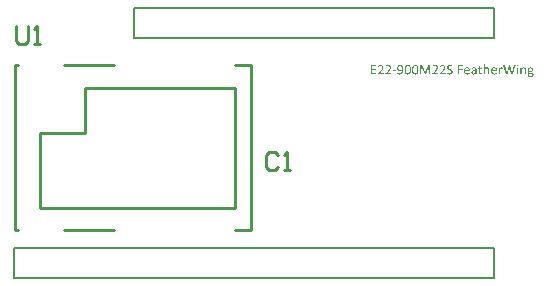
<source format=gto>
G04*
G04 #@! TF.GenerationSoftware,Altium Limited,Altium Designer,20.1.12 (249)*
G04*
G04 Layer_Color=65535*
%FSLAX25Y25*%
%MOIN*%
G70*
G04*
G04 #@! TF.SameCoordinates,33CBB710-F513-43EE-AC46-A9A21D48704F*
G04*
G04*
G04 #@! TF.FilePolarity,Positive*
G04*
G01*
G75*
%ADD10C,0.01000*%
%ADD11C,0.00787*%
G36*
X187859Y71052D02*
X187892D01*
X187955Y71035D01*
X187984Y71023D01*
X188005Y71006D01*
X188009Y71002D01*
X188013Y70998D01*
X188021Y70981D01*
X188034Y70964D01*
X188042Y70939D01*
X188051Y70906D01*
X188055Y70865D01*
X188059Y70819D01*
Y70815D01*
Y70798D01*
X188055Y70773D01*
X188051Y70744D01*
X188038Y70682D01*
X188021Y70653D01*
X188005Y70632D01*
X188001D01*
X187992Y70623D01*
X187980Y70615D01*
X187959Y70607D01*
X187934Y70598D01*
X187901Y70590D01*
X187859Y70586D01*
X187809Y70582D01*
X187788D01*
X187764Y70586D01*
X187734D01*
X187668Y70603D01*
X187639Y70611D01*
X187618Y70627D01*
Y70632D01*
X187610Y70636D01*
X187601Y70653D01*
X187593Y70669D01*
X187585Y70694D01*
X187576Y70727D01*
X187572Y70769D01*
X187568Y70815D01*
Y70819D01*
Y70836D01*
X187572Y70860D01*
X187576Y70890D01*
X187589Y70952D01*
X187601Y70981D01*
X187618Y71002D01*
X187622Y71006D01*
X187630Y71010D01*
X187643Y71019D01*
X187664Y71031D01*
X187689Y71039D01*
X187722Y71048D01*
X187764Y71052D01*
X187813Y71056D01*
X187838D01*
X187859Y71052D01*
D02*
G37*
G36*
X165349Y71019D02*
X165379D01*
X165416Y71014D01*
X165491Y71002D01*
X165495D01*
X165507Y70998D01*
X165528Y70994D01*
X165557Y70989D01*
X165587Y70985D01*
X165620Y70977D01*
X165691Y70956D01*
X165695D01*
X165707Y70952D01*
X165724Y70944D01*
X165745Y70935D01*
X165799Y70915D01*
X165853Y70890D01*
X165857D01*
X165865Y70885D01*
X165894Y70869D01*
X165924Y70848D01*
X165940Y70840D01*
X165948Y70831D01*
X165953Y70827D01*
X165961Y70819D01*
X165973Y70806D01*
X165978Y70794D01*
Y70790D01*
X165982Y70786D01*
X165990Y70761D01*
Y70757D01*
X165994Y70748D01*
Y70732D01*
X165998Y70711D01*
Y70707D01*
X166003Y70690D01*
Y70665D01*
Y70636D01*
Y70627D01*
Y70611D01*
Y70586D01*
X165998Y70561D01*
Y70557D01*
X165994Y70540D01*
X165990Y70524D01*
X165986Y70503D01*
Y70499D01*
X165982Y70490D01*
X165965Y70469D01*
X165957Y70465D01*
X165936Y70461D01*
X165932D01*
X165915Y70465D01*
X165890Y70474D01*
X165853Y70494D01*
X165849D01*
X165845Y70499D01*
X165832Y70507D01*
X165815Y70515D01*
X165770Y70540D01*
X165711Y70569D01*
X165707D01*
X165699Y70578D01*
X165682Y70586D01*
X165657Y70594D01*
X165628Y70607D01*
X165599Y70619D01*
X165562Y70632D01*
X165520Y70644D01*
X165516D01*
X165499Y70648D01*
X165478Y70657D01*
X165445Y70665D01*
X165412Y70669D01*
X165366Y70677D01*
X165320Y70682D01*
X165225D01*
X165196Y70677D01*
X165158Y70673D01*
X165121Y70665D01*
X165046Y70644D01*
X165042D01*
X165029Y70640D01*
X165013Y70632D01*
X164992Y70619D01*
X164938Y70590D01*
X164888Y70553D01*
X164883Y70548D01*
X164879Y70544D01*
X164867Y70532D01*
X164854Y70515D01*
X164821Y70469D01*
X164792Y70415D01*
Y70411D01*
X164788Y70403D01*
X164784Y70386D01*
X164779Y70365D01*
X164771Y70341D01*
X164767Y70311D01*
X164763Y70245D01*
Y70241D01*
Y70224D01*
X164767Y70199D01*
X164771Y70170D01*
X164775Y70132D01*
X164788Y70095D01*
X164800Y70058D01*
X164821Y70020D01*
X164825Y70016D01*
X164834Y70003D01*
X164846Y69987D01*
X164863Y69966D01*
X164883Y69941D01*
X164913Y69912D01*
X164946Y69887D01*
X164979Y69858D01*
X164983Y69854D01*
X164996Y69845D01*
X165017Y69833D01*
X165046Y69816D01*
X165079Y69796D01*
X165117Y69771D01*
X165204Y69725D01*
X165208Y69721D01*
X165225Y69717D01*
X165254Y69704D01*
X165287Y69687D01*
X165324Y69671D01*
X165370Y69650D01*
X165466Y69604D01*
X165470Y69600D01*
X165491Y69592D01*
X165516Y69579D01*
X165549Y69563D01*
X165587Y69542D01*
X165632Y69521D01*
X165724Y69467D01*
X165728Y69463D01*
X165745Y69454D01*
X165770Y69438D01*
X165803Y69421D01*
X165836Y69396D01*
X165874Y69367D01*
X165953Y69296D01*
X165957Y69292D01*
X165969Y69280D01*
X165986Y69259D01*
X166011Y69230D01*
X166036Y69196D01*
X166065Y69155D01*
X166090Y69109D01*
X166115Y69059D01*
X166119Y69055D01*
X166123Y69034D01*
X166136Y69009D01*
X166148Y68972D01*
X166156Y68922D01*
X166169Y68868D01*
X166173Y68810D01*
X166177Y68743D01*
Y68739D01*
Y68735D01*
Y68722D01*
Y68706D01*
X166173Y68664D01*
X166169Y68610D01*
X166156Y68552D01*
X166144Y68485D01*
X166123Y68419D01*
X166094Y68352D01*
X166090Y68344D01*
X166082Y68323D01*
X166061Y68294D01*
X166036Y68252D01*
X166003Y68206D01*
X165965Y68156D01*
X165919Y68107D01*
X165869Y68061D01*
X165861Y68057D01*
X165845Y68040D01*
X165815Y68019D01*
X165774Y67994D01*
X165724Y67965D01*
X165670Y67940D01*
X165603Y67911D01*
X165533Y67886D01*
X165524Y67882D01*
X165499Y67878D01*
X165462Y67869D01*
X165408Y67857D01*
X165349Y67844D01*
X165279Y67836D01*
X165204Y67832D01*
X165121Y67828D01*
X165062D01*
X165025Y67832D01*
X164979D01*
X164929Y67840D01*
X164829Y67853D01*
X164825D01*
X164809Y67857D01*
X164784Y67861D01*
X164750Y67869D01*
X164713Y67878D01*
X164671Y67890D01*
X164592Y67915D01*
X164588D01*
X164576Y67923D01*
X164555Y67932D01*
X164530Y67940D01*
X164476Y67969D01*
X164418Y67998D01*
X164413D01*
X164405Y68007D01*
X164380Y68023D01*
X164347Y68044D01*
X164318Y68069D01*
X164314Y68073D01*
X164305Y68090D01*
X164293Y68111D01*
X164280Y68140D01*
Y68144D01*
Y68148D01*
X164276Y68173D01*
X164272Y68211D01*
X164268Y68261D01*
Y68265D01*
Y68269D01*
Y68290D01*
Y68319D01*
X164272Y68344D01*
Y68352D01*
X164276Y68365D01*
X164280Y68385D01*
X164285Y68402D01*
Y68406D01*
X164289Y68414D01*
X164297Y68423D01*
X164305Y68431D01*
X164309Y68435D01*
X164318Y68439D01*
X164330Y68444D01*
X164351D01*
X164368Y68439D01*
X164397Y68427D01*
X164434Y68402D01*
X164438D01*
X164447Y68394D01*
X164459Y68385D01*
X164476Y68377D01*
X164501Y68360D01*
X164526Y68348D01*
X164592Y68310D01*
X164596D01*
X164609Y68302D01*
X164630Y68294D01*
X164659Y68281D01*
X164692Y68269D01*
X164734Y68256D01*
X164775Y68240D01*
X164825Y68223D01*
X164834D01*
X164850Y68215D01*
X164879Y68211D01*
X164917Y68202D01*
X164963Y68194D01*
X165017Y68190D01*
X165075Y68181D01*
X165187D01*
X165220Y68186D01*
X165258Y68190D01*
X165299Y68194D01*
X165383Y68215D01*
X165387D01*
X165403Y68223D01*
X165424Y68231D01*
X165449Y68240D01*
X165512Y68273D01*
X165574Y68315D01*
X165578Y68319D01*
X165587Y68327D01*
X165603Y68340D01*
X165620Y68360D01*
X165641Y68385D01*
X165661Y68410D01*
X165699Y68477D01*
X165703Y68481D01*
X165707Y68493D01*
X165716Y68514D01*
X165724Y68539D01*
X165732Y68572D01*
X165736Y68610D01*
X165745Y68651D01*
Y68697D01*
Y68701D01*
Y68718D01*
X165741Y68743D01*
X165736Y68776D01*
X165728Y68810D01*
X165720Y68847D01*
X165703Y68884D01*
X165682Y68922D01*
X165678Y68926D01*
X165670Y68939D01*
X165657Y68955D01*
X165641Y68976D01*
X165620Y69001D01*
X165591Y69030D01*
X165562Y69055D01*
X165524Y69084D01*
X165520Y69088D01*
X165507Y69097D01*
X165487Y69109D01*
X165458Y69130D01*
X165424Y69151D01*
X165387Y69172D01*
X165299Y69217D01*
X165295Y69221D01*
X165279Y69226D01*
X165254Y69238D01*
X165220Y69255D01*
X165183Y69271D01*
X165137Y69292D01*
X165042Y69334D01*
X165037Y69338D01*
X165021Y69346D01*
X164992Y69359D01*
X164958Y69375D01*
X164921Y69396D01*
X164875Y69417D01*
X164784Y69471D01*
X164779Y69475D01*
X164763Y69484D01*
X164738Y69500D01*
X164709Y69521D01*
X164675Y69546D01*
X164638Y69575D01*
X164559Y69646D01*
X164555Y69650D01*
X164542Y69662D01*
X164526Y69683D01*
X164505Y69712D01*
X164480Y69746D01*
X164451Y69787D01*
X164426Y69829D01*
X164401Y69879D01*
X164397Y69887D01*
X164393Y69904D01*
X164384Y69933D01*
X164372Y69970D01*
X164359Y70020D01*
X164351Y70074D01*
X164347Y70137D01*
X164343Y70207D01*
Y70211D01*
Y70216D01*
Y70241D01*
X164347Y70278D01*
X164351Y70324D01*
X164359Y70378D01*
X164372Y70436D01*
X164389Y70494D01*
X164413Y70553D01*
X164418Y70561D01*
X164426Y70578D01*
X164443Y70607D01*
X164463Y70644D01*
X164492Y70682D01*
X164526Y70727D01*
X164563Y70769D01*
X164609Y70811D01*
X164613Y70815D01*
X164630Y70827D01*
X164659Y70848D01*
X164692Y70869D01*
X164738Y70894D01*
X164788Y70923D01*
X164846Y70948D01*
X164909Y70969D01*
X164917Y70973D01*
X164938Y70977D01*
X164975Y70985D01*
X165021Y70998D01*
X165075Y71006D01*
X165141Y71014D01*
X165208Y71019D01*
X165283Y71023D01*
X165320D01*
X165349Y71019D01*
D02*
G37*
G36*
X189906Y70195D02*
X189956Y70191D01*
X190014Y70182D01*
X190076Y70166D01*
X190135Y70149D01*
X190193Y70124D01*
X190201Y70120D01*
X190218Y70112D01*
X190247Y70095D01*
X190280Y70070D01*
X190318Y70045D01*
X190355Y70012D01*
X190397Y69970D01*
X190430Y69929D01*
X190434Y69924D01*
X190447Y69908D01*
X190463Y69883D01*
X190480Y69850D01*
X190505Y69804D01*
X190526Y69758D01*
X190547Y69700D01*
X190563Y69642D01*
Y69633D01*
X190571Y69612D01*
X190576Y69579D01*
X190584Y69533D01*
X190592Y69475D01*
X190596Y69409D01*
X190605Y69330D01*
Y69246D01*
Y67932D01*
Y67928D01*
Y67923D01*
X190601Y67911D01*
X190592Y67899D01*
X190584Y67890D01*
X190576Y67886D01*
X190563Y67878D01*
X190559D01*
X190547Y67874D01*
X190530D01*
X190501Y67869D01*
X190492D01*
X190476Y67865D01*
X190447Y67861D01*
X190372D01*
X190339Y67865D01*
X190305Y67869D01*
X190301D01*
X190285Y67874D01*
X190264D01*
X190247Y67878D01*
X190243D01*
X190235Y67882D01*
X190226Y67890D01*
X190218Y67899D01*
Y67903D01*
X190214Y67911D01*
X190210Y67932D01*
Y69196D01*
Y69201D01*
Y69205D01*
Y69226D01*
Y69259D01*
X190205Y69301D01*
X190201Y69350D01*
X190197Y69400D01*
X190189Y69446D01*
X190181Y69492D01*
Y69496D01*
X190176Y69513D01*
X190168Y69533D01*
X190160Y69558D01*
X190131Y69625D01*
X190093Y69687D01*
X190089Y69691D01*
X190085Y69700D01*
X190072Y69717D01*
X190056Y69733D01*
X190010Y69775D01*
X189952Y69812D01*
X189947Y69816D01*
X189935Y69820D01*
X189918Y69829D01*
X189893Y69837D01*
X189864Y69845D01*
X189831Y69850D01*
X189789Y69858D01*
X189723D01*
X189694Y69854D01*
X189656Y69845D01*
X189611Y69833D01*
X189557Y69812D01*
X189502Y69787D01*
X189448Y69750D01*
X189440Y69746D01*
X189423Y69729D01*
X189394Y69708D01*
X189357Y69671D01*
X189311Y69629D01*
X189257Y69575D01*
X189199Y69513D01*
X189140Y69442D01*
Y67932D01*
Y67928D01*
Y67923D01*
X189136Y67911D01*
X189128Y67899D01*
X189120Y67890D01*
X189111Y67886D01*
X189099Y67878D01*
X189095D01*
X189082Y67874D01*
X189066D01*
X189037Y67869D01*
X189028D01*
X189012Y67865D01*
X188982Y67861D01*
X188908D01*
X188874Y67865D01*
X188841Y67869D01*
X188837D01*
X188820Y67874D01*
X188799D01*
X188783Y67878D01*
X188779D01*
X188770Y67882D01*
X188762Y67890D01*
X188754Y67899D01*
Y67903D01*
X188749Y67911D01*
X188745Y67932D01*
Y70091D01*
Y70095D01*
Y70099D01*
X188749Y70120D01*
Y70124D01*
X188758Y70128D01*
X188766Y70137D01*
X188779Y70145D01*
X188783Y70149D01*
X188795Y70153D01*
X188812Y70157D01*
X188833Y70162D01*
X188841D01*
X188858Y70166D01*
X188982D01*
X189007Y70162D01*
X189016D01*
X189028Y70157D01*
X189045Y70153D01*
X189061Y70145D01*
X189066D01*
X189074Y70141D01*
X189082Y70132D01*
X189091Y70120D01*
X189095Y70112D01*
X189099Y70091D01*
Y69804D01*
X189103Y69808D01*
X189107Y69812D01*
X189132Y69837D01*
X189165Y69875D01*
X189211Y69916D01*
X189269Y69966D01*
X189328Y70016D01*
X189394Y70062D01*
X189461Y70103D01*
X189465D01*
X189469Y70108D01*
X189494Y70120D01*
X189527Y70132D01*
X189577Y70153D01*
X189631Y70170D01*
X189694Y70182D01*
X189760Y70195D01*
X189831Y70199D01*
X189868D01*
X189906Y70195D01*
D02*
G37*
G36*
X182555D02*
X182563D01*
X182580Y70191D01*
X182609Y70187D01*
X182638Y70178D01*
X182647D01*
X182663Y70174D01*
X182688Y70166D01*
X182713Y70157D01*
X182717D01*
X182734Y70149D01*
X182751Y70141D01*
X182763Y70132D01*
X182767D01*
X182772Y70128D01*
X182780Y70120D01*
X182784Y70112D01*
X182788Y70103D01*
X182792Y70083D01*
Y70078D01*
X182797Y70070D01*
Y70053D01*
Y70033D01*
Y70029D01*
X182801Y70012D01*
Y69987D01*
Y69950D01*
Y69945D01*
Y69941D01*
Y69916D01*
Y69887D01*
X182797Y69858D01*
Y69854D01*
X182792Y69837D01*
X182788Y69820D01*
X182784Y69804D01*
Y69800D01*
X182780Y69791D01*
X182767Y69771D01*
X182759Y69766D01*
X182751Y69762D01*
X182726D01*
X182709Y69766D01*
X182688Y69771D01*
X182684Y69775D01*
X182672Y69779D01*
X182655Y69783D01*
X182630Y69791D01*
X182626Y69796D01*
X182609Y69800D01*
X182584Y69804D01*
X182551Y69812D01*
X182543Y69816D01*
X182526Y69820D01*
X182497Y69825D01*
X182439D01*
X182422Y69820D01*
X182380Y69816D01*
X182339Y69800D01*
X182335D01*
X182331Y69796D01*
X182306Y69779D01*
X182264Y69754D01*
X182218Y69721D01*
X182214Y69717D01*
X182206Y69712D01*
X182193Y69700D01*
X182177Y69683D01*
X182160Y69662D01*
X182135Y69638D01*
X182085Y69575D01*
X182081Y69571D01*
X182073Y69558D01*
X182060Y69538D01*
X182044Y69513D01*
X182019Y69479D01*
X181994Y69442D01*
X181965Y69400D01*
X181935Y69350D01*
Y67932D01*
Y67928D01*
Y67923D01*
X181931Y67911D01*
X181923Y67899D01*
X181915Y67890D01*
X181906Y67886D01*
X181894Y67878D01*
X181890D01*
X181877Y67874D01*
X181860D01*
X181831Y67869D01*
X181823D01*
X181806Y67865D01*
X181777Y67861D01*
X181702D01*
X181669Y67865D01*
X181636Y67869D01*
X181632D01*
X181615Y67874D01*
X181594D01*
X181578Y67878D01*
X181573D01*
X181565Y67882D01*
X181557Y67890D01*
X181549Y67899D01*
Y67903D01*
X181544Y67911D01*
X181540Y67932D01*
Y70091D01*
Y70095D01*
Y70099D01*
X181544Y70120D01*
Y70124D01*
X181553Y70128D01*
X181561Y70137D01*
X181573Y70145D01*
X181578Y70149D01*
X181590Y70153D01*
X181607Y70157D01*
X181628Y70162D01*
X181636D01*
X181652Y70166D01*
X181777D01*
X181802Y70162D01*
X181811D01*
X181823Y70157D01*
X181840Y70153D01*
X181856Y70145D01*
X181860D01*
X181869Y70141D01*
X181877Y70132D01*
X181885Y70120D01*
X181890Y70112D01*
X181894Y70091D01*
Y69775D01*
X181898Y69779D01*
X181910Y69796D01*
X181927Y69820D01*
X181948Y69850D01*
X182002Y69916D01*
X182031Y69950D01*
X182060Y69983D01*
X182064Y69987D01*
X182073Y69995D01*
X182089Y70012D01*
X182110Y70029D01*
X182156Y70074D01*
X182206Y70112D01*
X182210Y70116D01*
X182218Y70120D01*
X182231Y70128D01*
X182252Y70141D01*
X182293Y70162D01*
X182343Y70178D01*
X182347D01*
X182355Y70182D01*
X182368Y70187D01*
X182389Y70191D01*
X182435Y70195D01*
X182484Y70199D01*
X182530D01*
X182555Y70195D01*
D02*
G37*
G36*
X147245Y69238D02*
X147249D01*
X147253Y69230D01*
X147266Y69221D01*
X147274Y69209D01*
X147278Y69205D01*
X147283Y69196D01*
X147287Y69176D01*
X147291Y69155D01*
Y69151D01*
X147295Y69134D01*
X147299Y69109D01*
Y69080D01*
Y69076D01*
Y69063D01*
Y69051D01*
X147295Y69030D01*
X147291Y68989D01*
X147283Y68968D01*
X147274Y68951D01*
X147270Y68947D01*
X147258Y68934D01*
X147241Y68922D01*
X147212Y68918D01*
X146201D01*
X146184Y68922D01*
X146163Y68930D01*
X146147Y68951D01*
X146143Y68959D01*
X146139Y68968D01*
Y68980D01*
X146134Y69001D01*
X146130Y69022D01*
X146126Y69047D01*
Y69080D01*
Y69084D01*
Y69097D01*
Y69109D01*
X146130Y69130D01*
X146134Y69172D01*
X146139Y69192D01*
X146147Y69209D01*
X146151Y69213D01*
X146163Y69230D01*
X146180Y69242D01*
X146209Y69246D01*
X147224D01*
X147245Y69238D01*
D02*
G37*
G36*
X192169Y70191D02*
X192231Y70182D01*
X192248D01*
X192265Y70178D01*
X192285Y70174D01*
X192335Y70166D01*
X192394Y70153D01*
X193055D01*
X193072Y70149D01*
X193093Y70137D01*
X193109Y70112D01*
X193113Y70103D01*
X193122Y70083D01*
X193126Y70045D01*
X193130Y69991D01*
Y69987D01*
Y69979D01*
Y69962D01*
X193126Y69941D01*
X193122Y69904D01*
X193113Y69883D01*
X193105Y69866D01*
X193101Y69862D01*
X193088Y69850D01*
X193072Y69837D01*
X193047Y69833D01*
X192735D01*
X192739Y69829D01*
X192747Y69816D01*
X192764Y69800D01*
X192780Y69775D01*
X192801Y69750D01*
X192818Y69717D01*
X192839Y69679D01*
X192851Y69642D01*
Y69638D01*
X192855Y69625D01*
X192864Y69604D01*
X192872Y69575D01*
X192876Y69542D01*
X192885Y69508D01*
X192889Y69425D01*
Y69417D01*
Y69396D01*
X192885Y69359D01*
X192880Y69317D01*
X192872Y69263D01*
X192864Y69209D01*
X192847Y69151D01*
X192826Y69097D01*
X192822Y69093D01*
X192814Y69072D01*
X192801Y69047D01*
X192785Y69014D01*
X192760Y68976D01*
X192731Y68934D01*
X192697Y68893D01*
X192656Y68855D01*
X192651Y68851D01*
X192635Y68839D01*
X192614Y68822D01*
X192581Y68797D01*
X192543Y68772D01*
X192498Y68747D01*
X192444Y68722D01*
X192389Y68701D01*
X192381D01*
X192365Y68693D01*
X192331Y68685D01*
X192290Y68677D01*
X192240Y68668D01*
X192181Y68660D01*
X192119Y68656D01*
X192052Y68651D01*
X192003D01*
X191969Y68656D01*
X191932Y68660D01*
X191890Y68664D01*
X191799Y68685D01*
X191795D01*
X191778Y68689D01*
X191757Y68697D01*
X191732Y68710D01*
X191674Y68735D01*
X191645Y68751D01*
X191616Y68772D01*
X191607Y68764D01*
X191591Y68743D01*
X191570Y68710D01*
X191549Y68672D01*
Y68668D01*
X191545Y68664D01*
X191541Y68651D01*
X191537Y68635D01*
X191528Y68593D01*
X191524Y68543D01*
Y68539D01*
Y68531D01*
X191528Y68514D01*
X191533Y68493D01*
X191541Y68473D01*
X191557Y68452D01*
X191574Y68427D01*
X191599Y68406D01*
X191603Y68402D01*
X191612Y68398D01*
X191632Y68389D01*
X191653Y68377D01*
X191686Y68369D01*
X191720Y68360D01*
X191761Y68352D01*
X191807Y68348D01*
X192369Y68323D01*
X192398D01*
X192427Y68319D01*
X192469Y68315D01*
X192514Y68310D01*
X192560Y68302D01*
X192664Y68277D01*
X192668D01*
X192685Y68269D01*
X192710Y68261D01*
X192743Y68248D01*
X192780Y68231D01*
X192818Y68215D01*
X192893Y68165D01*
X192897Y68161D01*
X192909Y68152D01*
X192926Y68136D01*
X192951Y68115D01*
X192976Y68086D01*
X193001Y68057D01*
X193026Y68019D01*
X193047Y67982D01*
X193051Y67978D01*
X193055Y67965D01*
X193063Y67940D01*
X193076Y67911D01*
X193088Y67878D01*
X193097Y67836D01*
X193101Y67790D01*
X193105Y67740D01*
Y67732D01*
Y67716D01*
X193101Y67686D01*
X193097Y67649D01*
X193088Y67607D01*
X193080Y67557D01*
X193063Y67507D01*
X193043Y67458D01*
X193038Y67453D01*
X193030Y67437D01*
X193018Y67412D01*
X192997Y67379D01*
X192968Y67341D01*
X192934Y67304D01*
X192897Y67262D01*
X192851Y67225D01*
X192847Y67220D01*
X192826Y67208D01*
X192801Y67187D01*
X192764Y67166D01*
X192714Y67141D01*
X192660Y67112D01*
X192593Y67087D01*
X192523Y67062D01*
X192518D01*
X192514Y67058D01*
X192502D01*
X192489Y67054D01*
X192444Y67042D01*
X192389Y67033D01*
X192319Y67021D01*
X192240Y67008D01*
X192152Y67004D01*
X192052Y67000D01*
X192011D01*
X191961Y67004D01*
X191899D01*
X191828Y67013D01*
X191753Y67021D01*
X191678Y67029D01*
X191607Y67046D01*
X191599Y67050D01*
X191578Y67054D01*
X191545Y67067D01*
X191503Y67079D01*
X191453Y67096D01*
X191403Y67116D01*
X191354Y67141D01*
X191308Y67171D01*
X191304Y67175D01*
X191287Y67183D01*
X191266Y67200D01*
X191241Y67220D01*
X191216Y67250D01*
X191187Y67279D01*
X191162Y67316D01*
X191137Y67354D01*
Y67358D01*
X191129Y67370D01*
X191121Y67395D01*
X191112Y67420D01*
X191104Y67453D01*
X191096Y67495D01*
X191092Y67537D01*
X191087Y67582D01*
Y67587D01*
Y67595D01*
Y67611D01*
X191092Y67632D01*
X191096Y67682D01*
X191104Y67736D01*
Y67740D01*
X191108Y67749D01*
X191112Y67765D01*
X191121Y67782D01*
X191137Y67828D01*
X191162Y67874D01*
Y67878D01*
X191171Y67886D01*
X191179Y67899D01*
X191191Y67915D01*
X191220Y67953D01*
X191262Y67998D01*
X191266Y68003D01*
X191275Y68011D01*
X191283Y68023D01*
X191299Y68036D01*
X191341Y68077D01*
X191395Y68123D01*
X191391Y68127D01*
X191374Y68136D01*
X191354Y68148D01*
X191329Y68165D01*
X191304Y68186D01*
X191275Y68211D01*
X191250Y68240D01*
X191225Y68273D01*
X191220Y68277D01*
X191216Y68290D01*
X191208Y68306D01*
X191200Y68331D01*
X191187Y68360D01*
X191179Y68394D01*
X191175Y68431D01*
X191171Y68468D01*
Y68477D01*
Y68493D01*
X191175Y68523D01*
X191179Y68556D01*
X191183Y68598D01*
X191195Y68643D01*
X191208Y68689D01*
X191229Y68731D01*
X191233Y68735D01*
X191241Y68751D01*
X191254Y68772D01*
X191270Y68801D01*
X191291Y68835D01*
X191316Y68868D01*
X191374Y68939D01*
X191370Y68943D01*
X191362Y68955D01*
X191349Y68972D01*
X191333Y68997D01*
X191312Y69026D01*
X191295Y69059D01*
X191258Y69138D01*
Y69142D01*
X191250Y69159D01*
X191245Y69184D01*
X191237Y69213D01*
X191229Y69255D01*
X191225Y69301D01*
X191216Y69350D01*
Y69409D01*
Y69413D01*
Y69417D01*
Y69438D01*
X191220Y69475D01*
X191225Y69517D01*
X191229Y69571D01*
X191241Y69625D01*
X191254Y69683D01*
X191275Y69737D01*
X191279Y69746D01*
X191287Y69762D01*
X191299Y69787D01*
X191320Y69825D01*
X191345Y69862D01*
X191374Y69904D01*
X191408Y69945D01*
X191449Y69983D01*
X191453Y69987D01*
X191470Y69999D01*
X191495Y70020D01*
X191524Y70041D01*
X191566Y70066D01*
X191607Y70095D01*
X191661Y70120D01*
X191716Y70141D01*
X191724Y70145D01*
X191745Y70149D01*
X191774Y70157D01*
X191815Y70170D01*
X191865Y70178D01*
X191923Y70187D01*
X191986Y70191D01*
X192052Y70195D01*
X192111D01*
X192169Y70191D01*
D02*
G37*
G36*
X158577Y70973D02*
X158598Y70964D01*
X158602Y70960D01*
X158619Y70956D01*
X158635Y70944D01*
X158652Y70927D01*
X158656Y70923D01*
X158668Y70915D01*
X158681Y70894D01*
X158693Y70873D01*
X158698Y70869D01*
X158702Y70852D01*
X158706Y70823D01*
X158710Y70790D01*
Y67936D01*
Y67932D01*
Y67923D01*
X158706Y67911D01*
X158698Y67899D01*
X158689Y67890D01*
X158681Y67886D01*
X158664Y67878D01*
X158660D01*
X158648Y67874D01*
X158627D01*
X158602Y67869D01*
X158594D01*
X158577Y67865D01*
X158544Y67861D01*
X158469D01*
X158435Y67865D01*
X158402Y67869D01*
X158398D01*
X158381Y67874D01*
X158361D01*
X158340Y67878D01*
X158336D01*
X158327Y67882D01*
X158315Y67890D01*
X158307Y67899D01*
Y67903D01*
X158302Y67911D01*
X158298Y67936D01*
Y70636D01*
X158290D01*
X157196Y67923D01*
Y67919D01*
X157192Y67915D01*
X157187Y67903D01*
X157175Y67894D01*
X157171D01*
X157167Y67886D01*
X157154Y67882D01*
X157138Y67874D01*
X157133D01*
X157121Y67869D01*
X157104D01*
X157079Y67865D01*
X157059D01*
X157029Y67861D01*
X156967D01*
X156938Y67865D01*
X156909Y67869D01*
X156905D01*
X156888Y67874D01*
X156871D01*
X156851Y67878D01*
X156846D01*
X156838Y67882D01*
X156826Y67890D01*
X156813Y67899D01*
Y67903D01*
X156805Y67907D01*
X156797Y67923D01*
X155748Y70636D01*
Y67936D01*
Y67932D01*
Y67923D01*
X155744Y67911D01*
X155736Y67899D01*
X155727Y67890D01*
X155719Y67886D01*
X155702Y67878D01*
X155698D01*
X155686Y67874D01*
X155665D01*
X155636Y67869D01*
X155628D01*
X155611Y67865D01*
X155578Y67861D01*
X155503D01*
X155469Y67865D01*
X155436Y67869D01*
X155432D01*
X155415Y67874D01*
X155395D01*
X155374Y67878D01*
X155370D01*
X155361Y67882D01*
X155353Y67890D01*
X155345Y67899D01*
Y67903D01*
X155341Y67911D01*
X155336Y67936D01*
Y70790D01*
Y70794D01*
Y70806D01*
X155341Y70823D01*
X155345Y70844D01*
X155357Y70894D01*
X155370Y70915D01*
X155386Y70931D01*
X155390Y70935D01*
X155395Y70939D01*
X155424Y70956D01*
X155461Y70969D01*
X155482Y70977D01*
X155806D01*
X155852Y70969D01*
X155898Y70960D01*
X155902D01*
X155906Y70956D01*
X155931Y70952D01*
X155965Y70935D01*
X155998Y70915D01*
X156002D01*
X156006Y70910D01*
X156023Y70894D01*
X156048Y70869D01*
X156073Y70836D01*
X156077Y70827D01*
X156089Y70806D01*
X156106Y70769D01*
X156123Y70723D01*
X157013Y68477D01*
X157021D01*
X157945Y70715D01*
Y70719D01*
X157949Y70727D01*
X157957Y70740D01*
X157961Y70761D01*
X157982Y70798D01*
X158003Y70840D01*
Y70844D01*
X158007Y70848D01*
X158024Y70869D01*
X158049Y70894D01*
X158074Y70919D01*
X158082Y70923D01*
X158099Y70935D01*
X158124Y70948D01*
X158157Y70960D01*
X158161D01*
X158165Y70964D01*
X158186Y70969D01*
X158223Y70973D01*
X158265Y70977D01*
X158552D01*
X158577Y70973D01*
D02*
G37*
G36*
X186986Y70985D02*
X187019Y70981D01*
X187027D01*
X187044Y70977D01*
X187065Y70973D01*
X187081Y70960D01*
X187085Y70956D01*
X187090Y70948D01*
X187098Y70931D01*
Y70910D01*
Y70906D01*
Y70890D01*
X187094Y70860D01*
X187085Y70823D01*
X186262Y67965D01*
Y67961D01*
X186253Y67944D01*
X186245Y67928D01*
X186233Y67911D01*
X186229Y67907D01*
X186220Y67899D01*
X186204Y67890D01*
X186183Y67882D01*
X186179D01*
X186162Y67878D01*
X186133Y67874D01*
X186100Y67869D01*
X186091D01*
X186066Y67865D01*
X186029Y67861D01*
X185933D01*
X185891Y67865D01*
X185850Y67869D01*
X185842D01*
X185821Y67874D01*
X185796Y67878D01*
X185767Y67882D01*
X185763D01*
X185750Y67890D01*
X185733Y67899D01*
X185717Y67911D01*
X185713Y67915D01*
X185708Y67928D01*
X185700Y67944D01*
X185692Y67965D01*
X185043Y70303D01*
X185035D01*
X184435Y67965D01*
Y67961D01*
X184431Y67944D01*
X184427Y67928D01*
X184415Y67911D01*
X184411Y67907D01*
X184402Y67899D01*
X184386Y67890D01*
X184365Y67882D01*
X184361D01*
X184344Y67878D01*
X184319Y67874D01*
X184286Y67869D01*
X184277D01*
X184253Y67865D01*
X184211Y67861D01*
X184115D01*
X184074Y67865D01*
X184028Y67869D01*
X184019D01*
X183999Y67874D01*
X183970Y67878D01*
X183940Y67882D01*
X183936D01*
X183920Y67890D01*
X183903Y67899D01*
X183886Y67911D01*
X183882Y67915D01*
X183878Y67928D01*
X183870Y67944D01*
X183866Y67965D01*
X183046Y70827D01*
Y70831D01*
X183042Y70836D01*
X183038Y70856D01*
X183034Y70885D01*
X183029Y70910D01*
Y70915D01*
X183034Y70931D01*
X183038Y70944D01*
X183046Y70960D01*
X183050Y70964D01*
X183063Y70969D01*
X183083Y70977D01*
X183113Y70981D01*
X183121D01*
X183146Y70985D01*
X183183Y70989D01*
X183317D01*
X183354Y70985D01*
X183362D01*
X183379Y70981D01*
X183400Y70977D01*
X183416Y70969D01*
X183421D01*
X183429Y70964D01*
X183441Y70956D01*
X183450Y70944D01*
Y70939D01*
X183454Y70931D01*
X183462Y70919D01*
X183466Y70902D01*
X184161Y68306D01*
X184165D01*
X184827Y70898D01*
Y70902D01*
X184831Y70915D01*
X184843Y70939D01*
X184847Y70944D01*
X184852Y70952D01*
X184864Y70960D01*
X184877Y70969D01*
X184881D01*
X184893Y70973D01*
X184918Y70977D01*
X184947Y70981D01*
X184956D01*
X184980Y70985D01*
X185014Y70989D01*
X185101D01*
X185134Y70985D01*
X185168Y70981D01*
X185176D01*
X185193Y70977D01*
X185213Y70973D01*
X185230Y70969D01*
X185234D01*
X185243Y70960D01*
X185255Y70952D01*
X185267Y70939D01*
X185272Y70935D01*
X185276Y70927D01*
X185280Y70915D01*
X185284Y70898D01*
X186000Y68306D01*
X186004D01*
X186686Y70898D01*
Y70902D01*
X186690Y70915D01*
X186699Y70939D01*
Y70944D01*
X186707Y70952D01*
X186715Y70960D01*
X186728Y70969D01*
X186732D01*
X186744Y70973D01*
X186765Y70977D01*
X186794Y70981D01*
X186803D01*
X186823Y70985D01*
X186861Y70989D01*
X186948D01*
X186986Y70985D01*
D02*
G37*
G36*
X148764Y71019D02*
X148813D01*
X148863Y71010D01*
X148922Y71002D01*
X148980Y70989D01*
X149038Y70973D01*
X149046Y70969D01*
X149063Y70964D01*
X149092Y70952D01*
X149125Y70935D01*
X149167Y70915D01*
X149209Y70890D01*
X149254Y70860D01*
X149296Y70827D01*
X149300Y70823D01*
X149317Y70811D01*
X149338Y70790D01*
X149363Y70765D01*
X149392Y70732D01*
X149421Y70694D01*
X149454Y70653D01*
X149483Y70607D01*
X149487Y70603D01*
X149496Y70586D01*
X149512Y70557D01*
X149529Y70524D01*
X149550Y70478D01*
X149571Y70428D01*
X149591Y70374D01*
X149608Y70311D01*
X149612Y70303D01*
X149616Y70282D01*
X149625Y70249D01*
X149637Y70203D01*
X149645Y70149D01*
X149658Y70087D01*
X149670Y70020D01*
X149679Y69949D01*
Y69941D01*
X149683Y69916D01*
X149687Y69879D01*
X149691Y69829D01*
Y69766D01*
X149695Y69700D01*
X149699Y69625D01*
Y69546D01*
Y69542D01*
Y69538D01*
Y69525D01*
Y69513D01*
Y69471D01*
X149695Y69417D01*
Y69355D01*
X149691Y69288D01*
X149683Y69213D01*
X149675Y69134D01*
Y69130D01*
Y69126D01*
X149670Y69101D01*
X149662Y69059D01*
X149654Y69009D01*
X149645Y68947D01*
X149629Y68880D01*
X149591Y68739D01*
X149587Y68731D01*
X149579Y68706D01*
X149566Y68672D01*
X149550Y68622D01*
X149529Y68568D01*
X149504Y68510D01*
X149437Y68381D01*
X149433Y68373D01*
X149421Y68352D01*
X149400Y68323D01*
X149371Y68281D01*
X149338Y68235D01*
X149292Y68190D01*
X149246Y68140D01*
X149192Y68090D01*
X149184Y68086D01*
X149167Y68069D01*
X149134Y68048D01*
X149092Y68019D01*
X149042Y67990D01*
X148984Y67957D01*
X148917Y67928D01*
X148843Y67899D01*
X148838D01*
X148834Y67894D01*
X148822Y67890D01*
X148805Y67886D01*
X148764Y67878D01*
X148709Y67865D01*
X148639Y67849D01*
X148560Y67840D01*
X148468Y67832D01*
X148372Y67828D01*
X148335D01*
X148310Y67832D01*
X148277D01*
X148243Y67836D01*
X148169Y67844D01*
X148164D01*
X148152Y67849D01*
X148135D01*
X148110Y67853D01*
X148056Y67861D01*
X147994Y67874D01*
X147990D01*
X147981Y67878D01*
X147969Y67882D01*
X147948Y67886D01*
X147907Y67899D01*
X147865Y67911D01*
X147861D01*
X147857Y67915D01*
X147836Y67923D01*
X147811Y67936D01*
X147786Y67953D01*
X147782Y67957D01*
X147773Y67969D01*
X147765Y67990D01*
X147753Y68015D01*
Y68023D01*
X147748Y68040D01*
X147744Y68073D01*
Y68115D01*
Y68119D01*
Y68123D01*
Y68144D01*
Y68169D01*
Y68194D01*
Y68198D01*
X147748Y68215D01*
X147753Y68227D01*
X147757Y68244D01*
Y68248D01*
X147761Y68252D01*
X147769Y68261D01*
X147778Y68265D01*
X147782D01*
X147786Y68269D01*
X147811Y68273D01*
X147827D01*
X147853Y68265D01*
X147882Y68256D01*
X147886D01*
X147890Y68252D01*
X147915Y68244D01*
X147952Y68231D01*
X148002Y68215D01*
X148006D01*
X148015Y68211D01*
X148031Y68206D01*
X148052Y68202D01*
X148077Y68198D01*
X148106Y68190D01*
X148177Y68177D01*
X148181D01*
X148194Y68173D01*
X148214D01*
X148243Y68169D01*
X148277Y68165D01*
X148314D01*
X148397Y68161D01*
X148435D01*
X148481Y68165D01*
X148535Y68173D01*
X148597Y68181D01*
X148664Y68198D01*
X148730Y68219D01*
X148797Y68248D01*
X148805Y68252D01*
X148826Y68265D01*
X148855Y68285D01*
X148892Y68315D01*
X148934Y68348D01*
X148980Y68389D01*
X149026Y68435D01*
X149067Y68489D01*
X149071Y68498D01*
X149084Y68514D01*
X149105Y68547D01*
X149130Y68589D01*
X149155Y68639D01*
X149179Y68701D01*
X149205Y68768D01*
X149225Y68839D01*
Y68843D01*
X149229Y68847D01*
X149234Y68872D01*
X149242Y68914D01*
X149254Y68968D01*
X149263Y69030D01*
X149271Y69101D01*
X149279Y69176D01*
X149284Y69259D01*
X149279Y69255D01*
X149263Y69246D01*
X149234Y69234D01*
X149200Y69213D01*
X149155Y69192D01*
X149105Y69172D01*
X149046Y69147D01*
X148980Y69126D01*
X148971Y69122D01*
X148947Y69117D01*
X148913Y69109D01*
X148863Y69101D01*
X148801Y69088D01*
X148734Y69080D01*
X148655Y69076D01*
X148572Y69072D01*
X148531D01*
X148481Y69076D01*
X148422Y69080D01*
X148352Y69088D01*
X148281Y69101D01*
X148206Y69117D01*
X148135Y69142D01*
X148127Y69147D01*
X148106Y69155D01*
X148073Y69172D01*
X148036Y69192D01*
X147990Y69221D01*
X147944Y69255D01*
X147894Y69292D01*
X147853Y69334D01*
X147848Y69338D01*
X147836Y69355D01*
X147819Y69380D01*
X147794Y69417D01*
X147769Y69459D01*
X147744Y69504D01*
X147723Y69563D01*
X147703Y69621D01*
Y69629D01*
X147694Y69650D01*
X147690Y69687D01*
X147682Y69733D01*
X147674Y69787D01*
X147665Y69850D01*
X147661Y69916D01*
X147657Y69991D01*
Y69995D01*
Y69999D01*
Y70012D01*
Y70029D01*
X147661Y70066D01*
X147665Y70120D01*
X147669Y70178D01*
X147682Y70245D01*
X147694Y70311D01*
X147715Y70382D01*
Y70386D01*
X147719Y70390D01*
X147728Y70415D01*
X147740Y70449D01*
X147761Y70494D01*
X147786Y70544D01*
X147819Y70598D01*
X147857Y70657D01*
X147898Y70711D01*
X147902Y70719D01*
X147923Y70736D01*
X147948Y70761D01*
X147986Y70794D01*
X148036Y70827D01*
X148090Y70865D01*
X148152Y70902D01*
X148223Y70935D01*
X148227D01*
X148231Y70939D01*
X148243Y70944D01*
X148260Y70948D01*
X148302Y70964D01*
X148356Y70981D01*
X148427Y70994D01*
X148506Y71010D01*
X148597Y71019D01*
X148697Y71023D01*
X148730D01*
X148764Y71019D01*
D02*
G37*
G36*
X162866D02*
X162920Y71014D01*
X162982Y71006D01*
X163045Y70994D01*
X163116Y70977D01*
X163178Y70956D01*
X163186Y70952D01*
X163207Y70944D01*
X163236Y70931D01*
X163278Y70910D01*
X163323Y70885D01*
X163369Y70856D01*
X163415Y70823D01*
X163461Y70781D01*
X163465Y70777D01*
X163477Y70761D01*
X163498Y70740D01*
X163523Y70711D01*
X163552Y70673D01*
X163577Y70627D01*
X163606Y70582D01*
X163627Y70528D01*
X163631Y70519D01*
X163636Y70503D01*
X163644Y70474D01*
X163656Y70436D01*
X163669Y70386D01*
X163677Y70336D01*
X163681Y70278D01*
X163685Y70216D01*
Y70207D01*
Y70191D01*
Y70162D01*
X163681Y70124D01*
X163677Y70078D01*
X163673Y70024D01*
X163656Y69916D01*
Y69908D01*
X163652Y69891D01*
X163644Y69862D01*
X163631Y69820D01*
X163619Y69775D01*
X163598Y69721D01*
X163573Y69662D01*
X163544Y69600D01*
X163540Y69592D01*
X163527Y69571D01*
X163511Y69533D01*
X163482Y69488D01*
X163448Y69434D01*
X163407Y69367D01*
X163357Y69296D01*
X163299Y69217D01*
Y69213D01*
X163290Y69209D01*
X163282Y69196D01*
X163269Y69180D01*
X163236Y69138D01*
X163186Y69080D01*
X163124Y69009D01*
X163053Y68926D01*
X162970Y68835D01*
X162874Y68735D01*
X162383Y68223D01*
X163744D01*
X163756Y68219D01*
X163769Y68211D01*
X163773Y68206D01*
X163777Y68202D01*
X163798Y68177D01*
X163802Y68173D01*
X163806Y68165D01*
X163814Y68144D01*
X163819Y68123D01*
Y68119D01*
X163823Y68102D01*
X163827Y68077D01*
Y68048D01*
Y68040D01*
Y68023D01*
X163823Y67998D01*
X163819Y67973D01*
Y67969D01*
X163814Y67953D01*
X163810Y67936D01*
X163802Y67915D01*
Y67911D01*
X163794Y67903D01*
X163773Y67882D01*
X163769D01*
X163760Y67878D01*
X163735Y67874D01*
X161996D01*
X161980Y67878D01*
X161959Y67882D01*
X161955D01*
X161947Y67890D01*
X161917Y67907D01*
X161913Y67911D01*
X161909Y67923D01*
X161901Y67940D01*
X161892Y67961D01*
Y67969D01*
X161888Y67986D01*
X161884Y68015D01*
Y68053D01*
Y68057D01*
Y68061D01*
Y68082D01*
Y68107D01*
Y68132D01*
Y68140D01*
X161888Y68152D01*
X161892Y68177D01*
X161901Y68198D01*
X161905Y68202D01*
X161909Y68215D01*
X161917Y68231D01*
X161930Y68252D01*
X161934Y68256D01*
X161942Y68269D01*
X161959Y68290D01*
X161980Y68310D01*
X162604Y68951D01*
X162608Y68955D01*
X162612Y68959D01*
X162625Y68972D01*
X162637Y68989D01*
X162679Y69030D01*
X162724Y69084D01*
X162779Y69147D01*
X162837Y69209D01*
X162895Y69280D01*
X162945Y69346D01*
X162949Y69355D01*
X162966Y69375D01*
X162991Y69409D01*
X163020Y69450D01*
X163053Y69500D01*
X163086Y69554D01*
X163120Y69608D01*
X163149Y69662D01*
X163153Y69671D01*
X163161Y69687D01*
X163174Y69717D01*
X163186Y69750D01*
X163203Y69791D01*
X163215Y69833D01*
X163232Y69879D01*
X163240Y69924D01*
Y69929D01*
X163244Y69945D01*
X163249Y69970D01*
X163253Y69999D01*
X163257Y70033D01*
X163261Y70070D01*
X163265Y70149D01*
Y70153D01*
Y70166D01*
Y70187D01*
X163261Y70211D01*
X163257Y70241D01*
X163249Y70274D01*
X163228Y70341D01*
Y70345D01*
X163224Y70357D01*
X163215Y70374D01*
X163203Y70399D01*
X163174Y70449D01*
X163128Y70503D01*
X163124Y70507D01*
X163116Y70515D01*
X163103Y70528D01*
X163082Y70544D01*
X163057Y70561D01*
X163028Y70582D01*
X162962Y70615D01*
X162957D01*
X162945Y70623D01*
X162924Y70627D01*
X162899Y70636D01*
X162866Y70644D01*
X162829Y70648D01*
X162783Y70657D01*
X162683D01*
X162645Y70653D01*
X162604Y70648D01*
X162558Y70640D01*
X162462Y70615D01*
X162458D01*
X162442Y70607D01*
X162421Y70598D01*
X162392Y70590D01*
X162363Y70573D01*
X162325Y70561D01*
X162254Y70524D01*
X162250D01*
X162238Y70515D01*
X162221Y70507D01*
X162200Y70494D01*
X162150Y70469D01*
X162101Y70436D01*
X162096D01*
X162092Y70432D01*
X162067Y70420D01*
X162038Y70403D01*
X162013Y70399D01*
X162005D01*
X161980Y70407D01*
X161971Y70415D01*
X161967Y70424D01*
X161959Y70436D01*
Y70440D01*
X161955Y70453D01*
X161951Y70469D01*
X161947Y70494D01*
Y70503D01*
Y70519D01*
X161942Y70548D01*
Y70582D01*
Y70590D01*
Y70603D01*
Y70623D01*
Y70644D01*
Y70648D01*
X161947Y70661D01*
X161951Y70690D01*
Y70694D01*
X161955Y70702D01*
X161967Y70727D01*
Y70732D01*
X161976Y70740D01*
X161988Y70752D01*
X162005Y70769D01*
X162009Y70773D01*
X162030Y70786D01*
X162059Y70806D01*
X162105Y70836D01*
X162109D01*
X162117Y70844D01*
X162134Y70852D01*
X162155Y70860D01*
X162180Y70873D01*
X162209Y70890D01*
X162279Y70919D01*
X162284Y70923D01*
X162300Y70927D01*
X162321Y70935D01*
X162350Y70944D01*
X162383Y70956D01*
X162425Y70969D01*
X162516Y70994D01*
X162521D01*
X162537Y70998D01*
X162566Y71002D01*
X162600Y71010D01*
X162641Y71014D01*
X162687Y71019D01*
X162787Y71023D01*
X162824D01*
X162866Y71019D01*
D02*
G37*
G36*
X160378D02*
X160432Y71014D01*
X160495Y71006D01*
X160557Y70994D01*
X160628Y70977D01*
X160690Y70956D01*
X160699Y70952D01*
X160719Y70944D01*
X160749Y70931D01*
X160790Y70910D01*
X160836Y70885D01*
X160882Y70856D01*
X160927Y70823D01*
X160973Y70781D01*
X160977Y70777D01*
X160990Y70761D01*
X161011Y70740D01*
X161036Y70711D01*
X161065Y70673D01*
X161090Y70627D01*
X161119Y70582D01*
X161140Y70528D01*
X161144Y70519D01*
X161148Y70503D01*
X161156Y70474D01*
X161169Y70436D01*
X161181Y70386D01*
X161189Y70336D01*
X161194Y70278D01*
X161198Y70216D01*
Y70207D01*
Y70191D01*
Y70162D01*
X161194Y70124D01*
X161189Y70078D01*
X161185Y70024D01*
X161169Y69916D01*
Y69908D01*
X161164Y69891D01*
X161156Y69862D01*
X161144Y69820D01*
X161131Y69775D01*
X161110Y69721D01*
X161085Y69662D01*
X161056Y69600D01*
X161052Y69592D01*
X161040Y69571D01*
X161023Y69533D01*
X160994Y69488D01*
X160961Y69434D01*
X160919Y69367D01*
X160869Y69296D01*
X160811Y69217D01*
Y69213D01*
X160803Y69209D01*
X160794Y69196D01*
X160782Y69180D01*
X160749Y69138D01*
X160699Y69080D01*
X160636Y69009D01*
X160565Y68926D01*
X160482Y68835D01*
X160387Y68735D01*
X159896Y68223D01*
X161256D01*
X161268Y68219D01*
X161281Y68211D01*
X161285Y68206D01*
X161289Y68202D01*
X161310Y68177D01*
X161314Y68173D01*
X161318Y68165D01*
X161327Y68144D01*
X161331Y68123D01*
Y68119D01*
X161335Y68102D01*
X161339Y68077D01*
Y68048D01*
Y68040D01*
Y68023D01*
X161335Y67998D01*
X161331Y67973D01*
Y67969D01*
X161327Y67953D01*
X161323Y67936D01*
X161314Y67915D01*
Y67911D01*
X161306Y67903D01*
X161285Y67882D01*
X161281D01*
X161273Y67878D01*
X161248Y67874D01*
X159509D01*
X159492Y67878D01*
X159471Y67882D01*
X159467D01*
X159459Y67890D01*
X159430Y67907D01*
X159426Y67911D01*
X159421Y67923D01*
X159413Y67940D01*
X159405Y67961D01*
Y67969D01*
X159401Y67986D01*
X159397Y68015D01*
Y68053D01*
Y68057D01*
Y68061D01*
Y68082D01*
Y68107D01*
Y68132D01*
Y68140D01*
X159401Y68152D01*
X159405Y68177D01*
X159413Y68198D01*
X159417Y68202D01*
X159421Y68215D01*
X159430Y68231D01*
X159442Y68252D01*
X159446Y68256D01*
X159455Y68269D01*
X159471Y68290D01*
X159492Y68310D01*
X160116Y68951D01*
X160120Y68955D01*
X160125Y68959D01*
X160137Y68972D01*
X160149Y68989D01*
X160191Y69030D01*
X160237Y69084D01*
X160291Y69147D01*
X160349Y69209D01*
X160407Y69280D01*
X160457Y69346D01*
X160461Y69355D01*
X160478Y69375D01*
X160503Y69409D01*
X160532Y69450D01*
X160565Y69500D01*
X160599Y69554D01*
X160632Y69608D01*
X160661Y69662D01*
X160665Y69671D01*
X160674Y69687D01*
X160686Y69717D01*
X160699Y69750D01*
X160715Y69791D01*
X160728Y69833D01*
X160744Y69879D01*
X160753Y69924D01*
Y69929D01*
X160757Y69945D01*
X160761Y69970D01*
X160765Y69999D01*
X160769Y70033D01*
X160773Y70070D01*
X160778Y70149D01*
Y70153D01*
Y70166D01*
Y70187D01*
X160773Y70211D01*
X160769Y70241D01*
X160761Y70274D01*
X160740Y70341D01*
Y70345D01*
X160736Y70357D01*
X160728Y70374D01*
X160715Y70399D01*
X160686Y70449D01*
X160640Y70503D01*
X160636Y70507D01*
X160628Y70515D01*
X160615Y70528D01*
X160595Y70544D01*
X160570Y70561D01*
X160540Y70582D01*
X160474Y70615D01*
X160470D01*
X160457Y70623D01*
X160436Y70627D01*
X160412Y70636D01*
X160378Y70644D01*
X160341Y70648D01*
X160295Y70657D01*
X160195D01*
X160158Y70653D01*
X160116Y70648D01*
X160070Y70640D01*
X159975Y70615D01*
X159971D01*
X159954Y70607D01*
X159933Y70598D01*
X159904Y70590D01*
X159875Y70573D01*
X159837Y70561D01*
X159767Y70524D01*
X159763D01*
X159750Y70515D01*
X159733Y70507D01*
X159713Y70494D01*
X159663Y70469D01*
X159613Y70436D01*
X159609D01*
X159605Y70432D01*
X159580Y70420D01*
X159550Y70403D01*
X159525Y70399D01*
X159517D01*
X159492Y70407D01*
X159484Y70415D01*
X159480Y70424D01*
X159471Y70436D01*
Y70440D01*
X159467Y70453D01*
X159463Y70469D01*
X159459Y70494D01*
Y70503D01*
Y70519D01*
X159455Y70548D01*
Y70582D01*
Y70590D01*
Y70603D01*
Y70623D01*
Y70644D01*
Y70648D01*
X159459Y70661D01*
X159463Y70690D01*
Y70694D01*
X159467Y70702D01*
X159480Y70727D01*
Y70732D01*
X159488Y70740D01*
X159501Y70752D01*
X159517Y70769D01*
X159521Y70773D01*
X159542Y70786D01*
X159571Y70806D01*
X159617Y70836D01*
X159621D01*
X159629Y70844D01*
X159646Y70852D01*
X159667Y70860D01*
X159692Y70873D01*
X159721Y70890D01*
X159792Y70919D01*
X159796Y70923D01*
X159812Y70927D01*
X159833Y70935D01*
X159862Y70944D01*
X159896Y70956D01*
X159937Y70969D01*
X160029Y70994D01*
X160033D01*
X160050Y70998D01*
X160079Y71002D01*
X160112Y71010D01*
X160154Y71014D01*
X160199Y71019D01*
X160299Y71023D01*
X160337D01*
X160378Y71019D01*
D02*
G37*
G36*
X144728D02*
X144782Y71014D01*
X144845Y71006D01*
X144907Y70994D01*
X144978Y70977D01*
X145040Y70956D01*
X145049Y70952D01*
X145069Y70944D01*
X145099Y70931D01*
X145140Y70910D01*
X145186Y70885D01*
X145232Y70856D01*
X145277Y70823D01*
X145323Y70781D01*
X145327Y70777D01*
X145340Y70761D01*
X145361Y70740D01*
X145386Y70711D01*
X145415Y70673D01*
X145440Y70627D01*
X145469Y70582D01*
X145490Y70528D01*
X145494Y70519D01*
X145498Y70503D01*
X145506Y70474D01*
X145519Y70436D01*
X145531Y70386D01*
X145539Y70336D01*
X145544Y70278D01*
X145548Y70216D01*
Y70207D01*
Y70191D01*
Y70162D01*
X145544Y70124D01*
X145539Y70078D01*
X145535Y70024D01*
X145519Y69916D01*
Y69908D01*
X145515Y69891D01*
X145506Y69862D01*
X145494Y69820D01*
X145481Y69775D01*
X145460Y69721D01*
X145436Y69662D01*
X145406Y69600D01*
X145402Y69592D01*
X145390Y69571D01*
X145373Y69533D01*
X145344Y69488D01*
X145311Y69434D01*
X145269Y69367D01*
X145219Y69296D01*
X145161Y69217D01*
Y69213D01*
X145153Y69209D01*
X145144Y69196D01*
X145132Y69180D01*
X145099Y69138D01*
X145049Y69080D01*
X144986Y69009D01*
X144915Y68926D01*
X144832Y68835D01*
X144737Y68735D01*
X144246Y68223D01*
X145606D01*
X145619Y68219D01*
X145631Y68211D01*
X145635Y68206D01*
X145639Y68202D01*
X145660Y68177D01*
X145664Y68173D01*
X145668Y68165D01*
X145677Y68144D01*
X145681Y68123D01*
Y68119D01*
X145685Y68102D01*
X145689Y68077D01*
Y68048D01*
Y68040D01*
Y68023D01*
X145685Y67998D01*
X145681Y67973D01*
Y67969D01*
X145677Y67953D01*
X145673Y67936D01*
X145664Y67915D01*
Y67911D01*
X145656Y67903D01*
X145635Y67882D01*
X145631D01*
X145623Y67878D01*
X145598Y67874D01*
X143859D01*
X143842Y67878D01*
X143821Y67882D01*
X143817D01*
X143809Y67890D01*
X143780Y67907D01*
X143776Y67911D01*
X143772Y67923D01*
X143763Y67940D01*
X143755Y67961D01*
Y67969D01*
X143751Y67986D01*
X143747Y68015D01*
Y68053D01*
Y68057D01*
Y68061D01*
Y68082D01*
Y68107D01*
Y68132D01*
Y68140D01*
X143751Y68152D01*
X143755Y68177D01*
X143763Y68198D01*
X143767Y68202D01*
X143772Y68215D01*
X143780Y68231D01*
X143792Y68252D01*
X143797Y68256D01*
X143805Y68269D01*
X143821Y68290D01*
X143842Y68310D01*
X144466Y68951D01*
X144470Y68955D01*
X144475Y68959D01*
X144487Y68972D01*
X144500Y68989D01*
X144541Y69030D01*
X144587Y69084D01*
X144641Y69147D01*
X144699Y69209D01*
X144757Y69280D01*
X144807Y69346D01*
X144811Y69355D01*
X144828Y69375D01*
X144853Y69409D01*
X144882Y69450D01*
X144915Y69500D01*
X144949Y69554D01*
X144982Y69608D01*
X145011Y69662D01*
X145015Y69671D01*
X145024Y69687D01*
X145036Y69717D01*
X145049Y69750D01*
X145065Y69791D01*
X145078Y69833D01*
X145094Y69879D01*
X145103Y69924D01*
Y69929D01*
X145107Y69945D01*
X145111Y69970D01*
X145115Y69999D01*
X145119Y70033D01*
X145124Y70070D01*
X145128Y70149D01*
Y70153D01*
Y70166D01*
Y70187D01*
X145124Y70211D01*
X145119Y70241D01*
X145111Y70274D01*
X145090Y70341D01*
Y70345D01*
X145086Y70357D01*
X145078Y70374D01*
X145065Y70399D01*
X145036Y70449D01*
X144990Y70503D01*
X144986Y70507D01*
X144978Y70515D01*
X144965Y70528D01*
X144945Y70544D01*
X144920Y70561D01*
X144891Y70582D01*
X144824Y70615D01*
X144820D01*
X144807Y70623D01*
X144787Y70627D01*
X144762Y70636D01*
X144728Y70644D01*
X144691Y70648D01*
X144645Y70657D01*
X144545D01*
X144508Y70653D01*
X144466Y70648D01*
X144421Y70640D01*
X144325Y70615D01*
X144321D01*
X144304Y70607D01*
X144283Y70598D01*
X144254Y70590D01*
X144225Y70573D01*
X144187Y70561D01*
X144117Y70524D01*
X144113D01*
X144100Y70515D01*
X144083Y70507D01*
X144063Y70494D01*
X144013Y70469D01*
X143963Y70436D01*
X143959D01*
X143955Y70432D01*
X143930Y70420D01*
X143901Y70403D01*
X143876Y70399D01*
X143867D01*
X143842Y70407D01*
X143834Y70415D01*
X143830Y70424D01*
X143821Y70436D01*
Y70440D01*
X143817Y70453D01*
X143813Y70469D01*
X143809Y70494D01*
Y70503D01*
Y70519D01*
X143805Y70548D01*
Y70582D01*
Y70590D01*
Y70603D01*
Y70623D01*
Y70644D01*
Y70648D01*
X143809Y70661D01*
X143813Y70690D01*
Y70694D01*
X143817Y70702D01*
X143830Y70727D01*
Y70732D01*
X143838Y70740D01*
X143851Y70752D01*
X143867Y70769D01*
X143871Y70773D01*
X143892Y70786D01*
X143921Y70806D01*
X143967Y70836D01*
X143971D01*
X143980Y70844D01*
X143996Y70852D01*
X144017Y70860D01*
X144042Y70873D01*
X144071Y70890D01*
X144142Y70919D01*
X144146Y70923D01*
X144163Y70927D01*
X144183Y70935D01*
X144212Y70944D01*
X144246Y70956D01*
X144287Y70969D01*
X144379Y70994D01*
X144383D01*
X144400Y70998D01*
X144429Y71002D01*
X144462Y71010D01*
X144504Y71014D01*
X144549Y71019D01*
X144649Y71023D01*
X144687D01*
X144728Y71019D01*
D02*
G37*
G36*
X142241D02*
X142295Y71014D01*
X142357Y71006D01*
X142420Y70994D01*
X142490Y70977D01*
X142553Y70956D01*
X142561Y70952D01*
X142582Y70944D01*
X142611Y70931D01*
X142652Y70910D01*
X142698Y70885D01*
X142744Y70856D01*
X142790Y70823D01*
X142835Y70781D01*
X142840Y70777D01*
X142852Y70761D01*
X142873Y70740D01*
X142898Y70711D01*
X142927Y70673D01*
X142952Y70627D01*
X142981Y70582D01*
X143002Y70528D01*
X143006Y70519D01*
X143010Y70503D01*
X143019Y70474D01*
X143031Y70436D01*
X143043Y70386D01*
X143052Y70336D01*
X143056Y70278D01*
X143060Y70216D01*
Y70207D01*
Y70191D01*
Y70162D01*
X143056Y70124D01*
X143052Y70078D01*
X143048Y70024D01*
X143031Y69916D01*
Y69908D01*
X143027Y69891D01*
X143019Y69862D01*
X143006Y69820D01*
X142994Y69775D01*
X142973Y69721D01*
X142948Y69662D01*
X142919Y69600D01*
X142915Y69592D01*
X142902Y69571D01*
X142885Y69533D01*
X142856Y69488D01*
X142823Y69434D01*
X142781Y69367D01*
X142731Y69296D01*
X142673Y69217D01*
Y69213D01*
X142665Y69209D01*
X142657Y69196D01*
X142644Y69180D01*
X142611Y69138D01*
X142561Y69080D01*
X142499Y69009D01*
X142428Y68926D01*
X142345Y68835D01*
X142249Y68735D01*
X141758Y68223D01*
X143118D01*
X143131Y68219D01*
X143143Y68211D01*
X143148Y68206D01*
X143152Y68202D01*
X143173Y68177D01*
X143177Y68173D01*
X143181Y68165D01*
X143189Y68144D01*
X143193Y68123D01*
Y68119D01*
X143197Y68102D01*
X143202Y68077D01*
Y68048D01*
Y68040D01*
Y68023D01*
X143197Y67998D01*
X143193Y67973D01*
Y67969D01*
X143189Y67953D01*
X143185Y67936D01*
X143177Y67915D01*
Y67911D01*
X143168Y67903D01*
X143148Y67882D01*
X143143D01*
X143135Y67878D01*
X143110Y67874D01*
X141371D01*
X141355Y67878D01*
X141334Y67882D01*
X141330D01*
X141321Y67890D01*
X141292Y67907D01*
X141288Y67911D01*
X141284Y67923D01*
X141276Y67940D01*
X141267Y67961D01*
Y67969D01*
X141263Y67986D01*
X141259Y68015D01*
Y68053D01*
Y68057D01*
Y68061D01*
Y68082D01*
Y68107D01*
Y68132D01*
Y68140D01*
X141263Y68152D01*
X141267Y68177D01*
X141276Y68198D01*
X141280Y68202D01*
X141284Y68215D01*
X141292Y68231D01*
X141305Y68252D01*
X141309Y68256D01*
X141317Y68269D01*
X141334Y68290D01*
X141355Y68310D01*
X141979Y68951D01*
X141983Y68955D01*
X141987Y68959D01*
X141999Y68972D01*
X142012Y68989D01*
X142053Y69030D01*
X142099Y69084D01*
X142153Y69147D01*
X142211Y69209D01*
X142270Y69280D01*
X142320Y69346D01*
X142324Y69355D01*
X142341Y69375D01*
X142365Y69409D01*
X142395Y69450D01*
X142428Y69500D01*
X142461Y69554D01*
X142494Y69608D01*
X142524Y69662D01*
X142528Y69671D01*
X142536Y69687D01*
X142549Y69717D01*
X142561Y69750D01*
X142578Y69791D01*
X142590Y69833D01*
X142607Y69879D01*
X142615Y69924D01*
Y69929D01*
X142619Y69945D01*
X142623Y69970D01*
X142628Y69999D01*
X142632Y70033D01*
X142636Y70070D01*
X142640Y70149D01*
Y70153D01*
Y70166D01*
Y70187D01*
X142636Y70211D01*
X142632Y70241D01*
X142623Y70274D01*
X142603Y70341D01*
Y70345D01*
X142598Y70357D01*
X142590Y70374D01*
X142578Y70399D01*
X142549Y70449D01*
X142503Y70503D01*
X142499Y70507D01*
X142490Y70515D01*
X142478Y70528D01*
X142457Y70544D01*
X142432Y70561D01*
X142403Y70582D01*
X142336Y70615D01*
X142332D01*
X142320Y70623D01*
X142299Y70627D01*
X142274Y70636D01*
X142241Y70644D01*
X142203Y70648D01*
X142157Y70657D01*
X142058D01*
X142020Y70653D01*
X141979Y70648D01*
X141933Y70640D01*
X141837Y70615D01*
X141833D01*
X141816Y70607D01*
X141796Y70598D01*
X141766Y70590D01*
X141737Y70573D01*
X141700Y70561D01*
X141629Y70524D01*
X141625D01*
X141613Y70515D01*
X141596Y70507D01*
X141575Y70494D01*
X141525Y70469D01*
X141475Y70436D01*
X141471D01*
X141467Y70432D01*
X141442Y70420D01*
X141413Y70403D01*
X141388Y70399D01*
X141379D01*
X141355Y70407D01*
X141346Y70415D01*
X141342Y70424D01*
X141334Y70436D01*
Y70440D01*
X141330Y70453D01*
X141325Y70469D01*
X141321Y70494D01*
Y70503D01*
Y70519D01*
X141317Y70548D01*
Y70582D01*
Y70590D01*
Y70603D01*
Y70623D01*
Y70644D01*
Y70648D01*
X141321Y70661D01*
X141325Y70690D01*
Y70694D01*
X141330Y70702D01*
X141342Y70727D01*
Y70732D01*
X141350Y70740D01*
X141363Y70752D01*
X141379Y70769D01*
X141384Y70773D01*
X141404Y70786D01*
X141434Y70806D01*
X141479Y70836D01*
X141483D01*
X141492Y70844D01*
X141508Y70852D01*
X141529Y70860D01*
X141554Y70873D01*
X141583Y70890D01*
X141654Y70919D01*
X141658Y70923D01*
X141675Y70927D01*
X141696Y70935D01*
X141725Y70944D01*
X141758Y70956D01*
X141800Y70969D01*
X141891Y70994D01*
X141895D01*
X141912Y70998D01*
X141941Y71002D01*
X141974Y71010D01*
X142016Y71014D01*
X142062Y71019D01*
X142162Y71023D01*
X142199D01*
X142241Y71019D01*
D02*
G37*
G36*
X140647Y70973D02*
X140656Y70964D01*
X140660D01*
X140664Y70956D01*
X140672Y70948D01*
X140681Y70935D01*
X140685Y70931D01*
X140689Y70923D01*
X140693Y70902D01*
X140697Y70881D01*
Y70877D01*
X140701Y70860D01*
X140706Y70836D01*
Y70802D01*
Y70794D01*
Y70777D01*
X140701Y70748D01*
X140697Y70723D01*
Y70719D01*
X140693Y70707D01*
X140681Y70673D01*
Y70669D01*
X140676Y70661D01*
X140668Y70653D01*
X140656Y70644D01*
X140652D01*
X140647Y70640D01*
X140622Y70636D01*
X139412D01*
Y69658D01*
X140464D01*
X140477Y69654D01*
X140485Y69646D01*
X140489Y69642D01*
X140493Y69637D01*
X140510Y69612D01*
X140514Y69608D01*
X140518Y69600D01*
X140523Y69583D01*
X140527Y69563D01*
Y69558D01*
X140531Y69542D01*
X140535Y69517D01*
Y69484D01*
Y69475D01*
Y69459D01*
X140531Y69434D01*
X140527Y69409D01*
Y69405D01*
X140523Y69392D01*
X140510Y69359D01*
Y69355D01*
X140506Y69350D01*
X140485Y69334D01*
X140481D01*
X140477Y69330D01*
X140452Y69325D01*
X139412D01*
Y68215D01*
X140652D01*
X140664Y68211D01*
X140672Y68202D01*
X140676D01*
X140681Y68194D01*
X140693Y68186D01*
X140701Y68173D01*
X140706Y68169D01*
X140710Y68161D01*
X140714Y68140D01*
X140718Y68119D01*
Y68115D01*
X140722Y68098D01*
X140726Y68073D01*
Y68040D01*
Y68032D01*
Y68015D01*
X140722Y67990D01*
X140718Y67965D01*
Y67961D01*
X140714Y67944D01*
X140710Y67928D01*
X140701Y67911D01*
Y67907D01*
X140693Y67899D01*
X140685Y67890D01*
X140672Y67882D01*
X140668D01*
X140664Y67878D01*
X140639Y67874D01*
X139141D01*
X139117Y67878D01*
X139083Y67886D01*
X139046Y67907D01*
X139037Y67915D01*
X139033Y67923D01*
X139025Y67936D01*
X139017Y67957D01*
X139008Y67978D01*
X139004Y68007D01*
X139000Y68040D01*
Y70806D01*
Y70811D01*
Y70823D01*
X139004Y70840D01*
Y70860D01*
X139021Y70902D01*
X139029Y70923D01*
X139046Y70939D01*
X139050D01*
X139054Y70944D01*
X139079Y70960D01*
X139112Y70973D01*
X139150Y70977D01*
X140635D01*
X140647Y70973D01*
D02*
G37*
G36*
X187880Y70162D02*
X187909Y70157D01*
X187917D01*
X187934Y70153D01*
X187955Y70149D01*
X187971Y70145D01*
X187976D01*
X187984Y70141D01*
X187992Y70132D01*
X188001Y70120D01*
X188005D01*
X188009Y70112D01*
X188013Y70103D01*
Y70091D01*
Y67932D01*
Y67928D01*
Y67923D01*
X188009Y67911D01*
X188001Y67899D01*
X187992Y67890D01*
X187984Y67886D01*
X187971Y67878D01*
X187967D01*
X187955Y67874D01*
X187938D01*
X187909Y67869D01*
X187901D01*
X187884Y67865D01*
X187855Y67861D01*
X187780D01*
X187747Y67865D01*
X187714Y67869D01*
X187709D01*
X187693Y67874D01*
X187672D01*
X187655Y67878D01*
X187651D01*
X187643Y67882D01*
X187635Y67890D01*
X187626Y67899D01*
Y67903D01*
X187622Y67911D01*
X187618Y67932D01*
Y70091D01*
Y70095D01*
Y70099D01*
X187626Y70120D01*
Y70124D01*
X187635Y70128D01*
X187643Y70137D01*
X187655Y70145D01*
X187660D01*
X187672Y70149D01*
X187689Y70153D01*
X187714Y70157D01*
X187722D01*
X187743Y70162D01*
X187772Y70166D01*
X187847D01*
X187880Y70162D01*
D02*
G37*
G36*
X176781Y71210D02*
X176810Y71206D01*
X176819D01*
X176835Y71202D01*
X176856Y71197D01*
X176873Y71193D01*
X176877D01*
X176885Y71189D01*
X176893Y71181D01*
X176902Y71168D01*
X176906Y71164D01*
X176910Y71160D01*
X176914Y71148D01*
Y71135D01*
Y69845D01*
X176923Y69850D01*
X176943Y69870D01*
X176977Y69904D01*
X177018Y69941D01*
X177072Y69987D01*
X177131Y70029D01*
X177189Y70070D01*
X177255Y70108D01*
X177264Y70112D01*
X177285Y70120D01*
X177322Y70137D01*
X177364Y70153D01*
X177418Y70170D01*
X177476Y70187D01*
X177538Y70195D01*
X177605Y70199D01*
X177642D01*
X177680Y70195D01*
X177730Y70191D01*
X177788Y70182D01*
X177850Y70166D01*
X177909Y70149D01*
X177967Y70124D01*
X177975Y70120D01*
X177992Y70112D01*
X178021Y70095D01*
X178054Y70070D01*
X178092Y70045D01*
X178129Y70012D01*
X178171Y69970D01*
X178204Y69929D01*
X178208Y69924D01*
X178220Y69908D01*
X178237Y69883D01*
X178254Y69850D01*
X178279Y69804D01*
X178299Y69758D01*
X178320Y69700D01*
X178337Y69642D01*
Y69633D01*
X178345Y69612D01*
X178349Y69579D01*
X178358Y69533D01*
X178366Y69475D01*
X178370Y69409D01*
X178379Y69330D01*
Y69246D01*
Y67932D01*
Y67928D01*
Y67923D01*
X178374Y67911D01*
X178366Y67899D01*
X178358Y67890D01*
X178349Y67886D01*
X178337Y67878D01*
X178333D01*
X178320Y67874D01*
X178304D01*
X178275Y67869D01*
X178266D01*
X178250Y67865D01*
X178220Y67861D01*
X178146D01*
X178112Y67865D01*
X178079Y67869D01*
X178075D01*
X178058Y67874D01*
X178037D01*
X178021Y67878D01*
X178017D01*
X178008Y67882D01*
X178000Y67890D01*
X177992Y67899D01*
Y67903D01*
X177988Y67911D01*
X177983Y67932D01*
Y69196D01*
Y69201D01*
Y69205D01*
Y69226D01*
Y69259D01*
X177979Y69301D01*
X177975Y69350D01*
X177971Y69400D01*
X177963Y69446D01*
X177954Y69492D01*
Y69496D01*
X177950Y69513D01*
X177942Y69533D01*
X177933Y69558D01*
X177904Y69625D01*
X177867Y69687D01*
X177863Y69691D01*
X177859Y69700D01*
X177846Y69717D01*
X177829Y69733D01*
X177784Y69775D01*
X177725Y69812D01*
X177721Y69816D01*
X177709Y69820D01*
X177692Y69829D01*
X177667Y69837D01*
X177638Y69845D01*
X177605Y69850D01*
X177563Y69858D01*
X177497D01*
X177468Y69854D01*
X177430Y69845D01*
X177384Y69833D01*
X177330Y69812D01*
X177276Y69787D01*
X177222Y69750D01*
X177214Y69746D01*
X177197Y69729D01*
X177168Y69708D01*
X177131Y69671D01*
X177085Y69629D01*
X177031Y69575D01*
X176972Y69513D01*
X176914Y69442D01*
Y67932D01*
Y67928D01*
Y67923D01*
X176910Y67911D01*
X176902Y67899D01*
X176893Y67890D01*
X176885Y67886D01*
X176873Y67878D01*
X176868D01*
X176856Y67874D01*
X176839D01*
X176810Y67869D01*
X176802D01*
X176785Y67865D01*
X176756Y67861D01*
X176681D01*
X176648Y67865D01*
X176615Y67869D01*
X176611D01*
X176594Y67874D01*
X176573D01*
X176557Y67878D01*
X176552D01*
X176544Y67882D01*
X176536Y67890D01*
X176527Y67899D01*
Y67903D01*
X176523Y67911D01*
X176519Y67932D01*
Y71135D01*
Y71139D01*
Y71148D01*
X176527Y71168D01*
Y71172D01*
X176536Y71177D01*
X176544Y71185D01*
X176557Y71193D01*
X176561D01*
X176573Y71197D01*
X176590Y71202D01*
X176615Y71206D01*
X176623D01*
X176644Y71210D01*
X176673Y71214D01*
X176748D01*
X176781Y71210D01*
D02*
G37*
G36*
X173382Y70195D02*
X173436Y70191D01*
X173499Y70187D01*
X173565Y70178D01*
X173632Y70162D01*
X173694Y70145D01*
X173703Y70141D01*
X173723Y70137D01*
X173753Y70124D01*
X173790Y70103D01*
X173832Y70083D01*
X173873Y70058D01*
X173915Y70024D01*
X173957Y69987D01*
X173961Y69983D01*
X173973Y69970D01*
X173994Y69950D01*
X174015Y69920D01*
X174040Y69883D01*
X174065Y69841D01*
X174085Y69791D01*
X174106Y69737D01*
X174110Y69729D01*
X174115Y69712D01*
X174123Y69679D01*
X174131Y69638D01*
X174139Y69583D01*
X174144Y69525D01*
X174152Y69459D01*
Y69384D01*
Y67932D01*
Y67928D01*
X174148Y67915D01*
X174144Y67899D01*
X174131Y67886D01*
X174127D01*
X174119Y67878D01*
X174098Y67874D01*
X174077Y67869D01*
X174073D01*
X174052Y67865D01*
X174023Y67861D01*
X173940D01*
X173911Y67865D01*
X173877Y67869D01*
X173873D01*
X173857Y67874D01*
X173840Y67878D01*
X173823Y67886D01*
X173819Y67890D01*
X173815Y67899D01*
X173811Y67911D01*
X173807Y67932D01*
Y68148D01*
X173798Y68140D01*
X173782Y68123D01*
X173753Y68094D01*
X173715Y68061D01*
X173669Y68023D01*
X173615Y67982D01*
X173553Y67944D01*
X173491Y67911D01*
X173482Y67907D01*
X173461Y67899D01*
X173428Y67886D01*
X173382Y67869D01*
X173328Y67853D01*
X173266Y67840D01*
X173195Y67832D01*
X173125Y67828D01*
X173095D01*
X173062Y67832D01*
X173021D01*
X172975Y67840D01*
X172925Y67849D01*
X172871Y67857D01*
X172817Y67874D01*
X172812Y67878D01*
X172796Y67882D01*
X172767Y67890D01*
X172738Y67907D01*
X172700Y67923D01*
X172659Y67944D01*
X172580Y67998D01*
X172575Y68003D01*
X172563Y68015D01*
X172546Y68032D01*
X172525Y68057D01*
X172501Y68086D01*
X172476Y68119D01*
X172451Y68161D01*
X172430Y68202D01*
Y68206D01*
X172421Y68223D01*
X172413Y68252D01*
X172405Y68286D01*
X172397Y68327D01*
X172388Y68373D01*
X172384Y68427D01*
X172380Y68485D01*
Y68489D01*
Y68493D01*
Y68514D01*
X172384Y68552D01*
X172388Y68593D01*
X172397Y68643D01*
X172409Y68697D01*
X172426Y68751D01*
X172451Y68801D01*
X172455Y68805D01*
X172463Y68822D01*
X172480Y68847D01*
X172505Y68880D01*
X172534Y68914D01*
X172571Y68951D01*
X172613Y68989D01*
X172663Y69022D01*
X172671Y69026D01*
X172688Y69038D01*
X172717Y69055D01*
X172758Y69072D01*
X172808Y69097D01*
X172867Y69117D01*
X172933Y69138D01*
X173004Y69159D01*
X173008D01*
X173012Y69163D01*
X173025D01*
X173041Y69167D01*
X173083Y69176D01*
X173137Y69184D01*
X173204Y69192D01*
X173283Y69196D01*
X173366Y69205D01*
X173757D01*
Y69371D01*
Y69375D01*
Y69392D01*
Y69417D01*
X173753Y69446D01*
X173749Y69479D01*
X173744Y69517D01*
X173728Y69592D01*
Y69596D01*
X173723Y69608D01*
X173715Y69625D01*
X173707Y69646D01*
X173682Y69700D01*
X173644Y69750D01*
X173640Y69754D01*
X173632Y69762D01*
X173619Y69771D01*
X173603Y69787D01*
X173582Y69800D01*
X173557Y69816D01*
X173491Y69845D01*
X173486D01*
X173474Y69850D01*
X173453Y69858D01*
X173428Y69862D01*
X173395Y69870D01*
X173357Y69875D01*
X173312Y69879D01*
X173208D01*
X173174Y69875D01*
X173133Y69870D01*
X173091Y69862D01*
X173000Y69841D01*
X172995D01*
X172979Y69837D01*
X172958Y69829D01*
X172929Y69820D01*
X172867Y69796D01*
X172796Y69762D01*
X172792D01*
X172783Y69754D01*
X172767Y69746D01*
X172746Y69737D01*
X172696Y69712D01*
X172646Y69687D01*
X172642D01*
X172638Y69683D01*
X172613Y69671D01*
X172588Y69658D01*
X172563Y69654D01*
X172550D01*
X172525Y69662D01*
X172517Y69671D01*
X172501Y69687D01*
Y69691D01*
X172496Y69700D01*
X172492Y69717D01*
X172488Y69737D01*
Y69741D01*
Y69758D01*
X172484Y69779D01*
Y69804D01*
Y69808D01*
Y69816D01*
Y69841D01*
X172488Y69870D01*
X172492Y69899D01*
Y69908D01*
X172501Y69920D01*
X172513Y69945D01*
X172530Y69966D01*
X172538Y69970D01*
X172555Y69987D01*
X172592Y70012D01*
X172613Y70024D01*
X172642Y70041D01*
X172646D01*
X172654Y70049D01*
X172671Y70058D01*
X172696Y70066D01*
X172721Y70078D01*
X172754Y70091D01*
X172825Y70116D01*
X172829D01*
X172842Y70124D01*
X172862Y70128D01*
X172891Y70137D01*
X172925Y70145D01*
X172962Y70157D01*
X173050Y70174D01*
X173054D01*
X173070Y70178D01*
X173095Y70182D01*
X173129Y70187D01*
X173166Y70191D01*
X173208Y70195D01*
X173299Y70199D01*
X173337D01*
X173382Y70195D01*
D02*
G37*
G36*
X169443Y70973D02*
X169451Y70964D01*
X169455D01*
X169459Y70956D01*
X169472Y70948D01*
X169480Y70935D01*
X169484Y70931D01*
X169489Y70919D01*
X169493Y70902D01*
X169497Y70877D01*
Y70873D01*
X169501Y70856D01*
X169505Y70831D01*
Y70798D01*
Y70790D01*
Y70773D01*
X169501Y70744D01*
X169497Y70719D01*
Y70715D01*
X169493Y70698D01*
X169489Y70682D01*
X169480Y70665D01*
Y70661D01*
X169472Y70653D01*
X169464Y70644D01*
X169451Y70636D01*
X169443Y70632D01*
X169422Y70627D01*
X168286D01*
Y69571D01*
X169368D01*
X169380Y69567D01*
X169389Y69558D01*
X169393D01*
X169397Y69550D01*
X169410Y69542D01*
X169418Y69529D01*
X169422Y69525D01*
X169426Y69517D01*
X169430Y69500D01*
X169435Y69479D01*
Y69475D01*
X169439Y69459D01*
X169443Y69434D01*
Y69400D01*
Y69392D01*
Y69375D01*
X169439Y69346D01*
X169435Y69321D01*
Y69317D01*
X169430Y69301D01*
X169426Y69284D01*
X169418Y69267D01*
Y69263D01*
X169410Y69259D01*
X169389Y69238D01*
X169380Y69234D01*
X169360Y69230D01*
X168286D01*
Y67936D01*
Y67932D01*
Y67928D01*
X168282Y67915D01*
X168274Y67903D01*
Y67899D01*
X168266Y67894D01*
X168257Y67886D01*
X168241Y67878D01*
X168236D01*
X168224Y67874D01*
X168203D01*
X168178Y67869D01*
X168170D01*
X168153Y67865D01*
X168120Y67861D01*
X168045D01*
X168012Y67865D01*
X167979Y67869D01*
X167974D01*
X167958Y67874D01*
X167937D01*
X167916Y67878D01*
X167912D01*
X167904Y67886D01*
X167891Y67890D01*
X167883Y67903D01*
Y67907D01*
X167879Y67915D01*
X167875Y67936D01*
Y70806D01*
Y70811D01*
Y70823D01*
X167879Y70840D01*
Y70860D01*
X167895Y70902D01*
X167904Y70923D01*
X167920Y70939D01*
X167924D01*
X167929Y70944D01*
X167954Y70960D01*
X167987Y70973D01*
X168024Y70977D01*
X169430D01*
X169443Y70973D01*
D02*
G37*
G36*
X175234Y70740D02*
X175263Y70736D01*
X175271D01*
X175288Y70732D01*
X175309Y70727D01*
X175325Y70719D01*
X175329D01*
X175338Y70715D01*
X175346Y70707D01*
X175354Y70694D01*
X175358D01*
X175363Y70686D01*
X175367Y70677D01*
Y70665D01*
Y70153D01*
X175928D01*
X175941Y70149D01*
X175949Y70141D01*
X175953D01*
X175957Y70132D01*
X175966Y70124D01*
X175974Y70112D01*
X175978Y70108D01*
X175982Y70099D01*
X175987Y70083D01*
X175991Y70062D01*
Y70058D01*
X175995Y70041D01*
X175999Y70016D01*
Y69987D01*
Y69983D01*
Y69974D01*
Y69958D01*
X175995Y69937D01*
X175991Y69899D01*
X175982Y69879D01*
X175974Y69862D01*
X175970Y69858D01*
X175962Y69845D01*
X175941Y69829D01*
X175920Y69825D01*
X175367D01*
Y68618D01*
Y68614D01*
Y68610D01*
Y68598D01*
Y68581D01*
X175371Y68543D01*
X175375Y68493D01*
X175383Y68439D01*
X175392Y68381D01*
X175408Y68327D01*
X175429Y68281D01*
X175433Y68277D01*
X175442Y68265D01*
X175458Y68244D01*
X175483Y68227D01*
X175516Y68206D01*
X175558Y68186D01*
X175608Y68173D01*
X175666Y68169D01*
X175699D01*
X175729Y68173D01*
X175762Y68177D01*
X175766D01*
X175770Y68181D01*
X175791Y68186D01*
X175816Y68190D01*
X175841Y68198D01*
X175845Y68202D01*
X175862Y68206D01*
X175878Y68215D01*
X175899Y68223D01*
X175903Y68227D01*
X175916Y68231D01*
X175928Y68235D01*
X175949D01*
X175962Y68227D01*
X175966D01*
X175970Y68223D01*
X175974Y68219D01*
X175978Y68206D01*
Y68202D01*
X175982Y68194D01*
X175987Y68181D01*
X175991Y68161D01*
Y68156D01*
X175995Y68140D01*
X175999Y68119D01*
Y68090D01*
Y68086D01*
Y68077D01*
Y68065D01*
Y68048D01*
X175995Y68011D01*
X175987Y67978D01*
Y67969D01*
X175978Y67953D01*
X175970Y67932D01*
X175957Y67915D01*
X175953Y67911D01*
X175945Y67907D01*
X175924Y67894D01*
X175899Y67882D01*
X175891D01*
X175874Y67874D01*
X175845Y67869D01*
X175812Y67861D01*
X175803D01*
X175783Y67853D01*
X175749Y67849D01*
X175708Y67840D01*
X175699D01*
X175675Y67836D01*
X175641Y67832D01*
X175571D01*
X175541Y67836D01*
X175500D01*
X175458Y67840D01*
X175408Y67849D01*
X175358Y67861D01*
X175313Y67874D01*
X175309Y67878D01*
X175292Y67882D01*
X175271Y67894D01*
X175242Y67907D01*
X175180Y67949D01*
X175113Y68007D01*
X175109Y68011D01*
X175101Y68023D01*
X175088Y68044D01*
X175071Y68069D01*
X175055Y68102D01*
X175034Y68144D01*
X175017Y68186D01*
X175005Y68235D01*
Y68244D01*
X175001Y68261D01*
X174996Y68290D01*
X174988Y68327D01*
X174984Y68377D01*
X174976Y68431D01*
X174971Y68493D01*
Y68560D01*
Y69825D01*
X174664D01*
X174647Y69829D01*
X174626Y69841D01*
X174610Y69862D01*
X174605Y69870D01*
X174601Y69891D01*
X174597Y69908D01*
X174593Y69929D01*
X174589Y69958D01*
Y69987D01*
Y69991D01*
Y69995D01*
Y70012D01*
Y70037D01*
X174593Y70062D01*
Y70066D01*
X174597Y70083D01*
X174601Y70095D01*
X174605Y70112D01*
X174610Y70116D01*
X174614Y70124D01*
X174622Y70132D01*
X174635Y70141D01*
X174639Y70145D01*
X174647Y70149D01*
X174655Y70153D01*
X174971D01*
Y70665D01*
Y70669D01*
Y70673D01*
X174980Y70694D01*
Y70698D01*
X174988Y70702D01*
X174996Y70711D01*
X175009Y70719D01*
X175013Y70723D01*
X175026Y70727D01*
X175042Y70732D01*
X175067Y70736D01*
X175075D01*
X175096Y70740D01*
X175125Y70744D01*
X175200D01*
X175234Y70740D01*
D02*
G37*
G36*
X180080Y70195D02*
X180138Y70191D01*
X180205Y70178D01*
X180280Y70166D01*
X180350Y70145D01*
X180421Y70116D01*
X180425D01*
X180429Y70112D01*
X180450Y70099D01*
X180483Y70083D01*
X180525Y70058D01*
X180571Y70024D01*
X180621Y69987D01*
X180671Y69945D01*
X180717Y69895D01*
X180721Y69891D01*
X180737Y69870D01*
X180758Y69841D01*
X180783Y69804D01*
X180808Y69754D01*
X180837Y69700D01*
X180866Y69638D01*
X180887Y69571D01*
X180891Y69563D01*
X180895Y69538D01*
X180904Y69500D01*
X180916Y69454D01*
X180924Y69396D01*
X180933Y69326D01*
X180937Y69255D01*
X180941Y69176D01*
Y69105D01*
Y69101D01*
Y69088D01*
X180937Y69076D01*
Y69055D01*
X180920Y69009D01*
X180908Y68989D01*
X180891Y68972D01*
X180883Y68968D01*
X180862Y68955D01*
X180829Y68939D01*
X180787Y68934D01*
X179369D01*
Y68926D01*
Y68905D01*
Y68868D01*
X179373Y68826D01*
X179377Y68772D01*
X179381Y68718D01*
X179402Y68606D01*
Y68602D01*
X179410Y68581D01*
X179419Y68556D01*
X179431Y68523D01*
X179448Y68485D01*
X179469Y68444D01*
X179493Y68402D01*
X179523Y68360D01*
X179527Y68356D01*
X179539Y68344D01*
X179556Y68323D01*
X179581Y68302D01*
X179614Y68277D01*
X179647Y68248D01*
X179693Y68223D01*
X179739Y68202D01*
X179747Y68198D01*
X179764Y68194D01*
X179793Y68186D01*
X179830Y68177D01*
X179880Y68165D01*
X179939Y68156D01*
X180001Y68152D01*
X180072Y68148D01*
X180126D01*
X180163Y68152D01*
X180205D01*
X180251Y68161D01*
X180346Y68173D01*
X180350D01*
X180367Y68177D01*
X180388Y68181D01*
X180417Y68190D01*
X180483Y68206D01*
X180554Y68227D01*
X180558D01*
X180571Y68231D01*
X180583Y68240D01*
X180604Y68244D01*
X180650Y68261D01*
X180696Y68281D01*
X180700D01*
X180704Y68286D01*
X180729Y68298D01*
X180758Y68306D01*
X180783Y68310D01*
X180791D01*
X180804Y68306D01*
X180812Y68298D01*
X180816D01*
X180821Y68294D01*
X180833Y68273D01*
Y68269D01*
X180837Y68261D01*
X180841Y68248D01*
X180845Y68227D01*
Y68223D01*
X180850Y68206D01*
Y68186D01*
Y68156D01*
Y68152D01*
Y68136D01*
Y68119D01*
X180845Y68098D01*
Y68094D01*
X180841Y68086D01*
X180837Y68061D01*
Y68057D01*
Y68053D01*
X180829Y68028D01*
X180825Y68019D01*
X180804Y68003D01*
X180800Y67998D01*
X180791Y67994D01*
X180766Y67978D01*
X180746Y67969D01*
X180725Y67957D01*
X180721D01*
X180712Y67953D01*
X180700Y67944D01*
X180679Y67940D01*
X180658Y67932D01*
X180629Y67919D01*
X180596Y67911D01*
X180558Y67899D01*
X180554D01*
X180542Y67894D01*
X180521Y67890D01*
X180492Y67882D01*
X180459Y67878D01*
X180417Y67869D01*
X180371Y67861D01*
X180321Y67853D01*
X180317D01*
X180296Y67849D01*
X180271Y67844D01*
X180234Y67840D01*
X180192Y67836D01*
X180142Y67832D01*
X180093Y67828D01*
X179989D01*
X179968Y67832D01*
X179939D01*
X179876Y67836D01*
X179805Y67844D01*
X179726Y67857D01*
X179647Y67874D01*
X179568Y67899D01*
X179564D01*
X179560Y67903D01*
X179535Y67911D01*
X179498Y67932D01*
X179452Y67953D01*
X179398Y67986D01*
X179344Y68023D01*
X179285Y68069D01*
X179231Y68119D01*
X179227Y68127D01*
X179211Y68144D01*
X179186Y68177D01*
X179152Y68223D01*
X179119Y68277D01*
X179086Y68340D01*
X179052Y68410D01*
X179023Y68489D01*
Y68493D01*
X179019Y68498D01*
Y68510D01*
X179015Y68527D01*
X179007Y68547D01*
X179003Y68572D01*
X178990Y68635D01*
X178978Y68710D01*
X178969Y68797D01*
X178961Y68897D01*
X178957Y69001D01*
Y69005D01*
Y69014D01*
Y69030D01*
Y69047D01*
X178961Y69072D01*
Y69101D01*
X178965Y69167D01*
X178973Y69246D01*
X178986Y69330D01*
X179003Y69417D01*
X179027Y69500D01*
Y69504D01*
X179032Y69508D01*
X179036Y69521D01*
X179040Y69538D01*
X179057Y69579D01*
X179082Y69629D01*
X179107Y69687D01*
X179144Y69750D01*
X179186Y69816D01*
X179231Y69875D01*
X179240Y69883D01*
X179256Y69899D01*
X179285Y69929D01*
X179323Y69966D01*
X179373Y70003D01*
X179427Y70045D01*
X179489Y70083D01*
X179560Y70116D01*
X179564D01*
X179568Y70120D01*
X179593Y70128D01*
X179635Y70141D01*
X179685Y70157D01*
X179747Y70174D01*
X179822Y70187D01*
X179901Y70195D01*
X179989Y70199D01*
X180030D01*
X180080Y70195D01*
D02*
G37*
G36*
X171065D02*
X171124Y70191D01*
X171190Y70178D01*
X171265Y70166D01*
X171336Y70145D01*
X171406Y70116D01*
X171411D01*
X171415Y70112D01*
X171435Y70099D01*
X171469Y70083D01*
X171510Y70058D01*
X171556Y70024D01*
X171606Y69987D01*
X171656Y69945D01*
X171702Y69895D01*
X171706Y69891D01*
X171723Y69870D01*
X171743Y69841D01*
X171768Y69804D01*
X171793Y69754D01*
X171822Y69700D01*
X171852Y69638D01*
X171872Y69571D01*
X171877Y69563D01*
X171881Y69538D01*
X171889Y69500D01*
X171901Y69454D01*
X171910Y69396D01*
X171918Y69326D01*
X171922Y69255D01*
X171926Y69176D01*
Y69105D01*
Y69101D01*
Y69088D01*
X171922Y69076D01*
Y69055D01*
X171906Y69009D01*
X171893Y68989D01*
X171877Y68972D01*
X171868Y68968D01*
X171847Y68955D01*
X171814Y68939D01*
X171773Y68934D01*
X170354D01*
Y68926D01*
Y68905D01*
Y68868D01*
X170358Y68826D01*
X170362Y68772D01*
X170366Y68718D01*
X170387Y68606D01*
Y68602D01*
X170396Y68581D01*
X170404Y68556D01*
X170416Y68523D01*
X170433Y68485D01*
X170454Y68444D01*
X170479Y68402D01*
X170508Y68360D01*
X170512Y68356D01*
X170525Y68344D01*
X170541Y68323D01*
X170566Y68302D01*
X170599Y68277D01*
X170633Y68248D01*
X170678Y68223D01*
X170724Y68202D01*
X170732Y68198D01*
X170749Y68194D01*
X170778Y68186D01*
X170816Y68177D01*
X170866Y68165D01*
X170924Y68156D01*
X170986Y68152D01*
X171057Y68148D01*
X171111D01*
X171149Y68152D01*
X171190D01*
X171236Y68161D01*
X171332Y68173D01*
X171336D01*
X171352Y68177D01*
X171373Y68181D01*
X171402Y68190D01*
X171469Y68206D01*
X171539Y68227D01*
X171544D01*
X171556Y68231D01*
X171569Y68240D01*
X171589Y68244D01*
X171635Y68261D01*
X171681Y68281D01*
X171685D01*
X171689Y68286D01*
X171714Y68298D01*
X171743Y68306D01*
X171768Y68310D01*
X171777D01*
X171789Y68306D01*
X171797Y68298D01*
X171802D01*
X171806Y68294D01*
X171818Y68273D01*
Y68269D01*
X171822Y68261D01*
X171827Y68248D01*
X171831Y68227D01*
Y68223D01*
X171835Y68206D01*
Y68186D01*
Y68156D01*
Y68152D01*
Y68136D01*
Y68119D01*
X171831Y68098D01*
Y68094D01*
X171827Y68086D01*
X171822Y68061D01*
Y68057D01*
Y68053D01*
X171814Y68028D01*
X171810Y68019D01*
X171789Y68003D01*
X171785Y67998D01*
X171777Y67994D01*
X171752Y67978D01*
X171731Y67969D01*
X171710Y67957D01*
X171706D01*
X171698Y67953D01*
X171685Y67944D01*
X171664Y67940D01*
X171643Y67932D01*
X171614Y67919D01*
X171581Y67911D01*
X171544Y67899D01*
X171539D01*
X171527Y67894D01*
X171506Y67890D01*
X171477Y67882D01*
X171444Y67878D01*
X171402Y67869D01*
X171356Y67861D01*
X171307Y67853D01*
X171302D01*
X171282Y67849D01*
X171257Y67844D01*
X171219Y67840D01*
X171178Y67836D01*
X171128Y67832D01*
X171078Y67828D01*
X170974D01*
X170953Y67832D01*
X170924D01*
X170861Y67836D01*
X170791Y67844D01*
X170712Y67857D01*
X170633Y67874D01*
X170554Y67899D01*
X170549D01*
X170545Y67903D01*
X170520Y67911D01*
X170483Y67932D01*
X170437Y67953D01*
X170383Y67986D01*
X170329Y68023D01*
X170271Y68069D01*
X170217Y68119D01*
X170212Y68127D01*
X170196Y68144D01*
X170171Y68177D01*
X170138Y68223D01*
X170104Y68277D01*
X170071Y68340D01*
X170038Y68410D01*
X170009Y68489D01*
Y68493D01*
X170004Y68498D01*
Y68510D01*
X170000Y68527D01*
X169992Y68547D01*
X169988Y68572D01*
X169975Y68635D01*
X169963Y68710D01*
X169955Y68797D01*
X169946Y68897D01*
X169942Y69001D01*
Y69005D01*
Y69014D01*
Y69030D01*
Y69047D01*
X169946Y69072D01*
Y69101D01*
X169950Y69167D01*
X169959Y69246D01*
X169971Y69330D01*
X169988Y69417D01*
X170013Y69500D01*
Y69504D01*
X170017Y69508D01*
X170021Y69521D01*
X170025Y69538D01*
X170042Y69579D01*
X170067Y69629D01*
X170092Y69687D01*
X170129Y69750D01*
X170171Y69816D01*
X170217Y69875D01*
X170225Y69883D01*
X170242Y69899D01*
X170271Y69929D01*
X170308Y69966D01*
X170358Y70003D01*
X170412Y70045D01*
X170475Y70083D01*
X170545Y70116D01*
X170549D01*
X170554Y70120D01*
X170579Y70128D01*
X170620Y70141D01*
X170670Y70157D01*
X170732Y70174D01*
X170807Y70187D01*
X170886Y70195D01*
X170974Y70199D01*
X171015D01*
X171065Y70195D01*
D02*
G37*
G36*
X153785Y71019D02*
X153814D01*
X153884Y71010D01*
X153959Y70998D01*
X154043Y70977D01*
X154126Y70952D01*
X154205Y70915D01*
X154209D01*
X154213Y70910D01*
X154238Y70894D01*
X154276Y70873D01*
X154321Y70836D01*
X154371Y70794D01*
X154425Y70740D01*
X154475Y70677D01*
X154525Y70607D01*
Y70603D01*
X154529Y70598D01*
X154538Y70586D01*
X154546Y70569D01*
X154567Y70528D01*
X154596Y70469D01*
X154621Y70399D01*
X154650Y70311D01*
X154679Y70216D01*
X154700Y70108D01*
Y70103D01*
X154704Y70095D01*
Y70078D01*
X154708Y70058D01*
X154712Y70029D01*
X154717Y69995D01*
X154721Y69954D01*
X154729Y69912D01*
X154733Y69866D01*
X154737Y69812D01*
X154746Y69696D01*
X154750Y69567D01*
X154754Y69429D01*
Y69425D01*
Y69413D01*
Y69396D01*
Y69367D01*
Y69338D01*
X154750Y69301D01*
Y69259D01*
X154746Y69213D01*
X154741Y69113D01*
X154729Y69005D01*
X154717Y68889D01*
X154696Y68776D01*
Y68772D01*
X154692Y68764D01*
Y68747D01*
X154683Y68726D01*
X154679Y68701D01*
X154671Y68672D01*
X154650Y68602D01*
X154625Y68523D01*
X154592Y68439D01*
X154554Y68352D01*
X154508Y68269D01*
Y68265D01*
X154504Y68261D01*
X154483Y68235D01*
X154459Y68194D01*
X154417Y68148D01*
X154367Y68094D01*
X154309Y68040D01*
X154242Y67986D01*
X154167Y67940D01*
X154163D01*
X154159Y67936D01*
X154147Y67932D01*
X154130Y67923D01*
X154109Y67915D01*
X154084Y67903D01*
X154022Y67886D01*
X153947Y67865D01*
X153859Y67844D01*
X153760Y67832D01*
X153647Y67828D01*
X153597D01*
X153572Y67832D01*
X153543D01*
X153477Y67840D01*
X153398Y67853D01*
X153315Y67874D01*
X153231Y67899D01*
X153152Y67932D01*
X153148D01*
X153144Y67936D01*
X153119Y67953D01*
X153082Y67973D01*
X153036Y68011D01*
X152986Y68053D01*
X152932Y68102D01*
X152878Y68165D01*
X152828Y68235D01*
Y68240D01*
X152824Y68244D01*
X152815Y68256D01*
X152807Y68273D01*
X152786Y68315D01*
X152761Y68373D01*
X152732Y68448D01*
X152707Y68531D01*
X152678Y68627D01*
X152657Y68735D01*
Y68739D01*
Y68747D01*
X152653Y68764D01*
X152649Y68789D01*
X152645Y68818D01*
X152641Y68851D01*
X152637Y68889D01*
X152632Y68934D01*
X152628Y68980D01*
X152624Y69034D01*
X152616Y69151D01*
X152611Y69280D01*
X152607Y69417D01*
Y69421D01*
Y69434D01*
Y69450D01*
Y69475D01*
Y69508D01*
X152611Y69546D01*
Y69587D01*
X152616Y69629D01*
X152620Y69729D01*
X152632Y69841D01*
X152645Y69954D01*
X152661Y70066D01*
Y70070D01*
X152666Y70078D01*
X152670Y70095D01*
X152674Y70116D01*
X152678Y70141D01*
X152686Y70174D01*
X152707Y70241D01*
X152732Y70324D01*
X152765Y70407D01*
X152803Y70494D01*
X152849Y70578D01*
Y70582D01*
X152853Y70586D01*
X152874Y70611D01*
X152903Y70653D01*
X152940Y70698D01*
X152990Y70752D01*
X153048Y70806D01*
X153115Y70860D01*
X153190Y70906D01*
X153194D01*
X153198Y70910D01*
X153211Y70919D01*
X153227Y70923D01*
X153248Y70935D01*
X153273Y70944D01*
X153335Y70964D01*
X153410Y70985D01*
X153498Y71006D01*
X153597Y71019D01*
X153710Y71023D01*
X153760D01*
X153785Y71019D01*
D02*
G37*
G36*
X151297D02*
X151326D01*
X151397Y71010D01*
X151472Y70998D01*
X151555Y70977D01*
X151638Y70952D01*
X151717Y70915D01*
X151721D01*
X151725Y70910D01*
X151750Y70894D01*
X151788Y70873D01*
X151834Y70836D01*
X151883Y70794D01*
X151938Y70740D01*
X151988Y70677D01*
X152037Y70607D01*
Y70603D01*
X152042Y70598D01*
X152050Y70586D01*
X152058Y70569D01*
X152079Y70528D01*
X152108Y70469D01*
X152133Y70399D01*
X152162Y70311D01*
X152191Y70216D01*
X152212Y70108D01*
Y70103D01*
X152216Y70095D01*
Y70078D01*
X152220Y70058D01*
X152225Y70029D01*
X152229Y69995D01*
X152233Y69954D01*
X152241Y69912D01*
X152245Y69866D01*
X152250Y69812D01*
X152258Y69696D01*
X152262Y69567D01*
X152266Y69429D01*
Y69425D01*
Y69413D01*
Y69396D01*
Y69367D01*
Y69338D01*
X152262Y69301D01*
Y69259D01*
X152258Y69213D01*
X152254Y69113D01*
X152241Y69005D01*
X152229Y68889D01*
X152208Y68776D01*
Y68772D01*
X152204Y68764D01*
Y68747D01*
X152196Y68726D01*
X152191Y68701D01*
X152183Y68672D01*
X152162Y68602D01*
X152137Y68523D01*
X152104Y68439D01*
X152067Y68352D01*
X152021Y68269D01*
Y68265D01*
X152017Y68261D01*
X151996Y68235D01*
X151971Y68194D01*
X151929Y68148D01*
X151879Y68094D01*
X151821Y68040D01*
X151755Y67986D01*
X151680Y67940D01*
X151675D01*
X151671Y67936D01*
X151659Y67932D01*
X151642Y67923D01*
X151621Y67915D01*
X151596Y67903D01*
X151534Y67886D01*
X151459Y67865D01*
X151372Y67844D01*
X151272Y67832D01*
X151160Y67828D01*
X151110D01*
X151085Y67832D01*
X151056D01*
X150989Y67840D01*
X150910Y67853D01*
X150827Y67874D01*
X150744Y67899D01*
X150665Y67932D01*
X150661D01*
X150656Y67936D01*
X150631Y67953D01*
X150594Y67973D01*
X150548Y68011D01*
X150498Y68053D01*
X150444Y68102D01*
X150390Y68165D01*
X150340Y68235D01*
Y68240D01*
X150336Y68244D01*
X150328Y68256D01*
X150319Y68273D01*
X150299Y68315D01*
X150274Y68373D01*
X150244Y68448D01*
X150220Y68531D01*
X150190Y68627D01*
X150170Y68735D01*
Y68739D01*
Y68747D01*
X150165Y68764D01*
X150161Y68789D01*
X150157Y68818D01*
X150153Y68851D01*
X150149Y68889D01*
X150145Y68934D01*
X150141Y68980D01*
X150136Y69034D01*
X150128Y69151D01*
X150124Y69280D01*
X150120Y69417D01*
Y69421D01*
Y69434D01*
Y69450D01*
Y69475D01*
Y69508D01*
X150124Y69546D01*
Y69587D01*
X150128Y69629D01*
X150132Y69729D01*
X150145Y69841D01*
X150157Y69954D01*
X150174Y70066D01*
Y70070D01*
X150178Y70078D01*
X150182Y70095D01*
X150186Y70116D01*
X150190Y70141D01*
X150199Y70174D01*
X150220Y70241D01*
X150244Y70324D01*
X150278Y70407D01*
X150315Y70494D01*
X150361Y70578D01*
Y70582D01*
X150365Y70586D01*
X150386Y70611D01*
X150415Y70653D01*
X150452Y70698D01*
X150502Y70752D01*
X150561Y70806D01*
X150627Y70860D01*
X150702Y70906D01*
X150706D01*
X150710Y70910D01*
X150723Y70919D01*
X150740Y70923D01*
X150760Y70935D01*
X150785Y70944D01*
X150848Y70964D01*
X150923Y70985D01*
X151010Y71006D01*
X151110Y71019D01*
X151222Y71023D01*
X151272D01*
X151297Y71019D01*
D02*
G37*
%LPC*%
G36*
X192044Y69891D02*
X192003D01*
X191973Y69887D01*
X191911Y69875D01*
X191840Y69850D01*
X191836D01*
X191828Y69841D01*
X191811Y69833D01*
X191790Y69825D01*
X191745Y69791D01*
X191699Y69746D01*
X191695Y69741D01*
X191691Y69733D01*
X191682Y69721D01*
X191670Y69700D01*
X191641Y69654D01*
X191616Y69592D01*
Y69587D01*
X191612Y69575D01*
X191607Y69558D01*
X191603Y69538D01*
X191599Y69508D01*
X191595Y69479D01*
X191591Y69409D01*
Y69405D01*
Y69400D01*
Y69375D01*
X191599Y69334D01*
X191607Y69288D01*
X191620Y69234D01*
X191641Y69180D01*
X191670Y69126D01*
X191711Y69076D01*
X191716Y69072D01*
X191732Y69059D01*
X191761Y69038D01*
X191799Y69018D01*
X191849Y68993D01*
X191903Y68976D01*
X191973Y68959D01*
X192048Y68955D01*
X192090D01*
X192119Y68959D01*
X192186Y68968D01*
X192252Y68989D01*
X192256D01*
X192269Y68997D01*
X192281Y69005D01*
X192302Y69018D01*
X192348Y69047D01*
X192394Y69093D01*
X192398Y69097D01*
X192402Y69105D01*
X192414Y69117D01*
X192427Y69138D01*
X192456Y69184D01*
X192481Y69242D01*
Y69246D01*
X192485Y69259D01*
X192489Y69275D01*
X192498Y69296D01*
X192502Y69326D01*
X192506Y69355D01*
X192510Y69425D01*
Y69429D01*
Y69434D01*
Y69446D01*
Y69463D01*
X192502Y69500D01*
X192493Y69550D01*
X192481Y69604D01*
X192456Y69662D01*
X192427Y69717D01*
X192385Y69766D01*
X192381Y69771D01*
X192365Y69787D01*
X192335Y69808D01*
X192298Y69829D01*
X192248Y69854D01*
X192190Y69870D01*
X192123Y69887D01*
X192044Y69891D01*
D02*
G37*
G36*
X191728Y68032D02*
X191724Y68028D01*
X191716Y68019D01*
X191699Y68011D01*
X191682Y67994D01*
X191641Y67957D01*
X191599Y67915D01*
Y67911D01*
X191591Y67907D01*
X191574Y67886D01*
X191549Y67853D01*
X191524Y67819D01*
Y67815D01*
X191520Y67811D01*
X191507Y67790D01*
X191495Y67757D01*
X191483Y67724D01*
Y67720D01*
Y67716D01*
X191478Y67691D01*
X191474Y67657D01*
Y67620D01*
Y67611D01*
X191478Y67595D01*
X191483Y67566D01*
X191495Y67532D01*
X191512Y67495D01*
X191541Y67458D01*
X191578Y67420D01*
X191632Y67387D01*
X191641Y67383D01*
X191661Y67374D01*
X191699Y67362D01*
X191749Y67345D01*
X191811Y67329D01*
X191886Y67316D01*
X191973Y67308D01*
X192073Y67304D01*
X192102D01*
X192136Y67308D01*
X192177D01*
X192227Y67312D01*
X192277Y67320D01*
X192327Y67329D01*
X192373Y67341D01*
X192377D01*
X192394Y67349D01*
X192414Y67354D01*
X192444Y67366D01*
X192506Y67395D01*
X192539Y67412D01*
X192568Y67433D01*
X192572Y67437D01*
X192581Y67445D01*
X192593Y67453D01*
X192610Y67470D01*
X192647Y67512D01*
X192676Y67566D01*
Y67570D01*
X192681Y67578D01*
X192689Y67595D01*
X192693Y67611D01*
X192706Y67661D01*
X192710Y67720D01*
Y67724D01*
Y67740D01*
X192706Y67765D01*
X192697Y67799D01*
X192681Y67832D01*
X192660Y67865D01*
X192631Y67903D01*
X192593Y67932D01*
X192589Y67936D01*
X192572Y67944D01*
X192548Y67957D01*
X192514Y67969D01*
X192469Y67986D01*
X192414Y67998D01*
X192356Y68007D01*
X192285Y68011D01*
X191728Y68032D01*
D02*
G37*
G36*
X148655Y70694D02*
X148630D01*
X148601Y70690D01*
X148564Y70686D01*
X148522Y70682D01*
X148477Y70669D01*
X148435Y70657D01*
X148389Y70636D01*
X148385Y70632D01*
X148372Y70623D01*
X148352Y70611D01*
X148327Y70594D01*
X148298Y70573D01*
X148268Y70548D01*
X148210Y70482D01*
X148206Y70478D01*
X148198Y70465D01*
X148185Y70449D01*
X148173Y70420D01*
X148152Y70390D01*
X148135Y70353D01*
X148119Y70315D01*
X148106Y70270D01*
Y70266D01*
X148102Y70249D01*
X148098Y70224D01*
X148090Y70195D01*
X148085Y70157D01*
X148077Y70116D01*
X148073Y70024D01*
Y70020D01*
Y69999D01*
Y69974D01*
X148077Y69937D01*
X148081Y69899D01*
X148085Y69854D01*
X148102Y69762D01*
Y69758D01*
X148106Y69741D01*
X148115Y69721D01*
X148127Y69696D01*
X148156Y69629D01*
X148198Y69563D01*
X148202Y69558D01*
X148210Y69550D01*
X148223Y69533D01*
X148243Y69517D01*
X148268Y69496D01*
X148302Y69475D01*
X148335Y69454D01*
X148372Y69438D01*
X148377D01*
X148393Y69429D01*
X148414Y69425D01*
X148447Y69417D01*
X148485Y69409D01*
X148531Y69405D01*
X148581Y69396D01*
X148668D01*
X148705Y69400D01*
X148751Y69405D01*
X148801Y69409D01*
X148859Y69417D01*
X148922Y69429D01*
X148984Y69446D01*
X148992Y69450D01*
X149013Y69454D01*
X149046Y69467D01*
X149084Y69484D01*
X149130Y69504D01*
X149179Y69529D01*
X149229Y69558D01*
X149279Y69592D01*
Y69596D01*
Y69604D01*
Y69621D01*
Y69642D01*
Y69671D01*
Y69700D01*
X149275Y69771D01*
X149271Y69854D01*
X149263Y69941D01*
X149250Y70024D01*
X149238Y70108D01*
Y70112D01*
Y70116D01*
X149229Y70141D01*
X149221Y70182D01*
X149209Y70228D01*
X149192Y70282D01*
X149171Y70341D01*
X149146Y70399D01*
X149117Y70449D01*
X149113Y70453D01*
X149105Y70469D01*
X149088Y70494D01*
X149063Y70519D01*
X149034Y70553D01*
X149001Y70582D01*
X148963Y70611D01*
X148922Y70636D01*
X148917Y70640D01*
X148901Y70644D01*
X148880Y70653D01*
X148847Y70665D01*
X148809Y70677D01*
X148764Y70686D01*
X148709Y70690D01*
X148655Y70694D01*
D02*
G37*
G36*
X173757Y68918D02*
X173357D01*
X173320Y68914D01*
X173274Y68910D01*
X173229Y68905D01*
X173133Y68889D01*
X173129D01*
X173112Y68884D01*
X173091Y68876D01*
X173062Y68868D01*
X173000Y68843D01*
X172933Y68805D01*
X172929Y68801D01*
X172921Y68797D01*
X172908Y68785D01*
X172887Y68768D01*
X172850Y68726D01*
X172817Y68677D01*
Y68672D01*
X172812Y68664D01*
X172808Y68647D01*
X172800Y68627D01*
X172796Y68602D01*
X172787Y68572D01*
X172783Y68502D01*
Y68493D01*
Y68473D01*
X172787Y68444D01*
X172796Y68406D01*
X172808Y68365D01*
X172829Y68319D01*
X172854Y68277D01*
X172887Y68235D01*
X172891Y68231D01*
X172908Y68219D01*
X172933Y68202D01*
X172966Y68186D01*
X173008Y68169D01*
X173058Y68152D01*
X173120Y68140D01*
X173187Y68136D01*
X173212D01*
X173241Y68140D01*
X173283Y68144D01*
X173324Y68156D01*
X173374Y68169D01*
X173424Y68190D01*
X173474Y68215D01*
X173478Y68219D01*
X173499Y68231D01*
X173524Y68248D01*
X173561Y68273D01*
X173603Y68310D01*
X173649Y68352D01*
X173703Y68398D01*
X173757Y68456D01*
Y68918D01*
D02*
G37*
G36*
X180022Y69891D02*
X179947D01*
X179918Y69887D01*
X179885Y69883D01*
X179843Y69879D01*
X179797Y69866D01*
X179751Y69854D01*
X179710Y69833D01*
X179706Y69829D01*
X179693Y69825D01*
X179672Y69812D01*
X179647Y69796D01*
X179618Y69775D01*
X179589Y69750D01*
X179527Y69687D01*
X179523Y69683D01*
X179514Y69671D01*
X179502Y69654D01*
X179485Y69625D01*
X179464Y69596D01*
X179448Y69558D01*
X179427Y69521D01*
X179410Y69475D01*
Y69471D01*
X179406Y69454D01*
X179398Y69429D01*
X179389Y69400D01*
X179385Y69363D01*
X179377Y69317D01*
X179369Y69226D01*
X180542D01*
Y69230D01*
Y69238D01*
Y69255D01*
Y69275D01*
X180538Y69305D01*
Y69334D01*
X180525Y69400D01*
X180508Y69479D01*
X180483Y69563D01*
X180450Y69642D01*
X180400Y69712D01*
Y69717D01*
X180392Y69721D01*
X180375Y69741D01*
X180338Y69771D01*
X180292Y69804D01*
X180234Y69833D01*
X180159Y69862D01*
X180072Y69883D01*
X180022Y69891D01*
D02*
G37*
G36*
X171007D02*
X170932D01*
X170903Y69887D01*
X170870Y69883D01*
X170828Y69879D01*
X170782Y69866D01*
X170737Y69854D01*
X170695Y69833D01*
X170691Y69829D01*
X170678Y69825D01*
X170658Y69812D01*
X170633Y69796D01*
X170604Y69775D01*
X170574Y69750D01*
X170512Y69687D01*
X170508Y69683D01*
X170500Y69671D01*
X170487Y69654D01*
X170470Y69625D01*
X170450Y69596D01*
X170433Y69558D01*
X170412Y69521D01*
X170396Y69475D01*
Y69471D01*
X170391Y69454D01*
X170383Y69429D01*
X170375Y69400D01*
X170371Y69363D01*
X170362Y69317D01*
X170354Y69226D01*
X171527D01*
Y69230D01*
Y69238D01*
Y69255D01*
Y69275D01*
X171523Y69305D01*
Y69334D01*
X171510Y69400D01*
X171494Y69479D01*
X171469Y69563D01*
X171435Y69642D01*
X171386Y69712D01*
Y69717D01*
X171377Y69721D01*
X171361Y69741D01*
X171323Y69771D01*
X171277Y69804D01*
X171219Y69833D01*
X171144Y69862D01*
X171057Y69883D01*
X171007Y69891D01*
D02*
G37*
G36*
X153685Y70686D02*
X153651D01*
X153614Y70682D01*
X153568Y70673D01*
X153514Y70661D01*
X153460Y70644D01*
X153402Y70619D01*
X153352Y70586D01*
X153348Y70582D01*
X153331Y70569D01*
X153310Y70548D01*
X153281Y70519D01*
X153248Y70482D01*
X153215Y70436D01*
X153181Y70382D01*
X153152Y70324D01*
X153148Y70315D01*
X153140Y70295D01*
X153127Y70257D01*
X153111Y70211D01*
X153094Y70153D01*
X153077Y70087D01*
X153065Y70012D01*
X153052Y69929D01*
Y69924D01*
Y69920D01*
X153048Y69908D01*
Y69891D01*
X153044Y69845D01*
X153040Y69783D01*
X153036Y69712D01*
X153032Y69629D01*
X153027Y69542D01*
Y69446D01*
Y69442D01*
Y69429D01*
Y69413D01*
Y69388D01*
Y69359D01*
Y69321D01*
X153032Y69284D01*
Y69242D01*
X153036Y69147D01*
X153040Y69047D01*
X153048Y68947D01*
X153061Y68851D01*
Y68847D01*
Y68839D01*
X153065Y68826D01*
X153069Y68810D01*
X153077Y68768D01*
X153090Y68710D01*
X153107Y68647D01*
X153123Y68581D01*
X153148Y68518D01*
X153173Y68456D01*
X153177Y68448D01*
X153186Y68431D01*
X153206Y68402D01*
X153227Y68369D01*
X153256Y68335D01*
X153290Y68298D01*
X153331Y68261D01*
X153373Y68231D01*
X153377Y68227D01*
X153394Y68223D01*
X153423Y68211D01*
X153456Y68198D01*
X153502Y68186D01*
X153552Y68177D01*
X153606Y68169D01*
X153668Y68165D01*
X153693D01*
X153718Y68169D01*
X153751D01*
X153785Y68173D01*
X153826Y68181D01*
X153905Y68206D01*
X153909D01*
X153922Y68215D01*
X153943Y68223D01*
X153968Y68235D01*
X154022Y68273D01*
X154080Y68327D01*
X154084Y68331D01*
X154093Y68344D01*
X154105Y68360D01*
X154122Y68381D01*
X154142Y68410D01*
X154163Y68444D01*
X154201Y68523D01*
X154205Y68527D01*
X154209Y68543D01*
X154217Y68564D01*
X154230Y68597D01*
X154242Y68635D01*
X154255Y68677D01*
X154267Y68722D01*
X154280Y68772D01*
Y68780D01*
X154284Y68797D01*
X154288Y68822D01*
X154296Y68859D01*
X154305Y68905D01*
X154309Y68955D01*
X154317Y69009D01*
X154321Y69068D01*
Y69076D01*
X154325Y69097D01*
Y69130D01*
X154330Y69172D01*
Y69221D01*
X154334Y69275D01*
Y69338D01*
Y69400D01*
Y69405D01*
Y69413D01*
Y69421D01*
Y69438D01*
Y69484D01*
X154330Y69542D01*
Y69604D01*
X154325Y69675D01*
X154321Y69746D01*
X154313Y69816D01*
Y69820D01*
Y69825D01*
X154309Y69850D01*
X154305Y69883D01*
X154300Y69929D01*
X154292Y69979D01*
X154284Y70033D01*
X154276Y70091D01*
X154263Y70145D01*
Y70153D01*
X154259Y70170D01*
X154251Y70195D01*
X154242Y70228D01*
X154230Y70266D01*
X154217Y70307D01*
X154180Y70386D01*
X154176Y70390D01*
X154172Y70403D01*
X154159Y70424D01*
X154147Y70449D01*
X154105Y70503D01*
X154055Y70557D01*
X154051Y70561D01*
X154043Y70569D01*
X154026Y70578D01*
X154009Y70594D01*
X153984Y70611D01*
X153955Y70623D01*
X153893Y70653D01*
X153889D01*
X153876Y70657D01*
X153859Y70665D01*
X153835Y70669D01*
X153801Y70677D01*
X153768Y70682D01*
X153685Y70686D01*
D02*
G37*
G36*
X151197D02*
X151164D01*
X151126Y70682D01*
X151081Y70673D01*
X151027Y70661D01*
X150972Y70644D01*
X150914Y70619D01*
X150864Y70586D01*
X150860Y70582D01*
X150844Y70569D01*
X150823Y70548D01*
X150794Y70519D01*
X150760Y70482D01*
X150727Y70436D01*
X150694Y70382D01*
X150665Y70324D01*
X150661Y70315D01*
X150652Y70295D01*
X150640Y70257D01*
X150623Y70211D01*
X150606Y70153D01*
X150590Y70087D01*
X150577Y70012D01*
X150565Y69929D01*
Y69924D01*
Y69920D01*
X150561Y69908D01*
Y69891D01*
X150557Y69845D01*
X150552Y69783D01*
X150548Y69712D01*
X150544Y69629D01*
X150540Y69542D01*
Y69446D01*
Y69442D01*
Y69429D01*
Y69413D01*
Y69388D01*
Y69359D01*
Y69321D01*
X150544Y69284D01*
Y69242D01*
X150548Y69147D01*
X150552Y69047D01*
X150561Y68947D01*
X150573Y68851D01*
Y68847D01*
Y68839D01*
X150577Y68826D01*
X150581Y68810D01*
X150590Y68768D01*
X150602Y68710D01*
X150619Y68647D01*
X150636Y68581D01*
X150661Y68518D01*
X150685Y68456D01*
X150690Y68448D01*
X150698Y68431D01*
X150719Y68402D01*
X150740Y68369D01*
X150769Y68335D01*
X150802Y68298D01*
X150844Y68261D01*
X150885Y68231D01*
X150889Y68227D01*
X150906Y68223D01*
X150935Y68211D01*
X150968Y68198D01*
X151014Y68186D01*
X151064Y68177D01*
X151118Y68169D01*
X151181Y68165D01*
X151205D01*
X151230Y68169D01*
X151264D01*
X151297Y68173D01*
X151339Y68181D01*
X151418Y68206D01*
X151422D01*
X151434Y68215D01*
X151455Y68223D01*
X151480Y68235D01*
X151534Y68273D01*
X151592Y68327D01*
X151596Y68331D01*
X151605Y68344D01*
X151617Y68360D01*
X151634Y68381D01*
X151655Y68410D01*
X151675Y68444D01*
X151713Y68523D01*
X151717Y68527D01*
X151721Y68543D01*
X151730Y68564D01*
X151742Y68597D01*
X151755Y68635D01*
X151767Y68677D01*
X151779Y68722D01*
X151792Y68772D01*
Y68780D01*
X151796Y68797D01*
X151800Y68822D01*
X151809Y68859D01*
X151817Y68905D01*
X151821Y68955D01*
X151829Y69009D01*
X151834Y69068D01*
Y69076D01*
X151838Y69097D01*
Y69130D01*
X151842Y69172D01*
Y69221D01*
X151846Y69275D01*
Y69338D01*
Y69400D01*
Y69405D01*
Y69413D01*
Y69421D01*
Y69438D01*
Y69484D01*
X151842Y69542D01*
Y69604D01*
X151838Y69675D01*
X151834Y69746D01*
X151825Y69816D01*
Y69820D01*
Y69825D01*
X151821Y69850D01*
X151817Y69883D01*
X151813Y69929D01*
X151804Y69979D01*
X151796Y70033D01*
X151788Y70091D01*
X151775Y70145D01*
Y70153D01*
X151771Y70170D01*
X151763Y70195D01*
X151755Y70228D01*
X151742Y70266D01*
X151730Y70307D01*
X151692Y70386D01*
X151688Y70390D01*
X151684Y70403D01*
X151671Y70424D01*
X151659Y70449D01*
X151617Y70503D01*
X151567Y70557D01*
X151563Y70561D01*
X151555Y70569D01*
X151538Y70578D01*
X151522Y70594D01*
X151497Y70611D01*
X151468Y70623D01*
X151405Y70653D01*
X151401D01*
X151389Y70657D01*
X151372Y70665D01*
X151347Y70669D01*
X151314Y70677D01*
X151280Y70682D01*
X151197Y70686D01*
D02*
G37*
%LPD*%
D10*
X43464Y63500D02*
X93464D01*
X43464Y48500D02*
Y63500D01*
X28464Y48500D02*
X43464D01*
X28464Y23500D02*
Y48500D01*
Y23500D02*
X93464D01*
Y63500D01*
X20098Y71059D02*
X21354D01*
X36717D02*
X53283D01*
X93646D02*
X98838D01*
X20098Y15941D02*
X21354D01*
X36717D02*
X53283D01*
X93646D02*
X98838D01*
X20098Y16000D02*
Y71059D01*
X98838Y15941D02*
Y71059D01*
X107999Y40858D02*
X106999Y41858D01*
X105000D01*
X104000Y40858D01*
Y36860D01*
X105000Y35860D01*
X106999D01*
X107999Y36860D01*
X109998Y35860D02*
X111997D01*
X110998D01*
Y41858D01*
X109998Y40858D01*
X20600Y83998D02*
Y79000D01*
X21600Y78000D01*
X23599D01*
X24599Y79000D01*
Y83998D01*
X26598Y78000D02*
X28597D01*
X27598D01*
Y83998D01*
X26598Y82998D01*
D11*
X180000Y80000D02*
Y90000D01*
X60000Y80000D02*
X180000D01*
X60000D02*
Y90000D01*
X67500D01*
X180000D01*
X20000Y0D02*
X180000D01*
X20000D02*
Y10000D01*
X27500D01*
X180000D01*
Y0D02*
Y10000D01*
M02*

</source>
